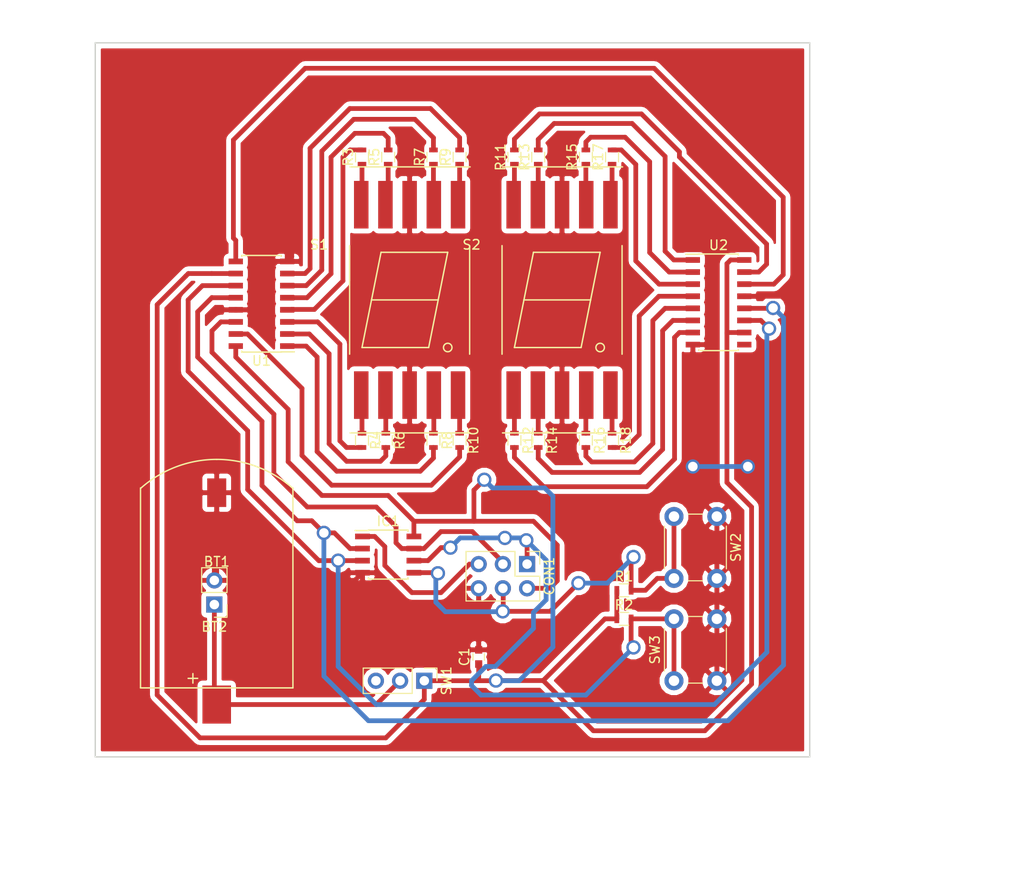
<source format=kicad_pcb>
(kicad_pcb (version 4) (host pcbnew 4.0.2-stable)

  (general
    (links 75)
    (no_connects 0)
    (area 99.5 47 207.000001 141.000001)
    (thickness 1.6)
    (drawings 4)
    (tracks 381)
    (zones 0)
    (modules 30)
    (nets 43)
  )

  (page A4)
  (layers
    (0 F.Cu signal)
    (31 B.Cu signal)
    (32 B.Adhes user hide)
    (33 F.Adhes user hide)
    (34 B.Paste user)
    (35 F.Paste user)
    (36 B.SilkS user)
    (37 F.SilkS user hide)
    (38 B.Mask user)
    (39 F.Mask user hide)
    (40 Dwgs.User user)
    (41 Cmts.User user)
    (42 Eco1.User user)
    (43 Eco2.User user)
    (44 Edge.Cuts user)
    (45 Margin user)
    (46 B.CrtYd user)
    (47 F.CrtYd user)
    (48 B.Fab user)
    (49 F.Fab user)
  )

  (setup
    (last_trace_width 0.5)
    (user_trace_width 0.5)
    (trace_clearance 0.2)
    (zone_clearance 0.508)
    (zone_45_only no)
    (trace_min 0.2)
    (segment_width 0.2)
    (edge_width 0.15)
    (via_size 0.6)
    (via_drill 0.4)
    (via_min_size 0.4)
    (via_min_drill 0.3)
    (uvia_size 0.3)
    (uvia_drill 0.1)
    (uvias_allowed no)
    (uvia_min_size 0.2)
    (uvia_min_drill 0.1)
    (pcb_text_width 0.3)
    (pcb_text_size 1.5 1.5)
    (mod_edge_width 0.15)
    (mod_text_size 1 1)
    (mod_text_width 0.15)
    (pad_size 1.524 1.524)
    (pad_drill 0.762)
    (pad_to_mask_clearance 0.2)
    (aux_axis_origin 0 0)
    (visible_elements 7FFFFFFF)
    (pcbplotparams
      (layerselection 0x00030_80000001)
      (usegerberextensions false)
      (excludeedgelayer true)
      (linewidth 0.100000)
      (plotframeref false)
      (viasonmask false)
      (mode 1)
      (useauxorigin false)
      (hpglpennumber 1)
      (hpglpenspeed 20)
      (hpglpendiameter 15)
      (hpglpenoverlay 2)
      (psnegative false)
      (psa4output false)
      (plotreference true)
      (plotvalue true)
      (plotinvisibletext false)
      (padsonsilk false)
      (subtractmaskfromsilk false)
      (outputformat 1)
      (mirror false)
      (drillshape 1)
      (scaleselection 1)
      (outputdirectory ""))
  )

  (net 0 "")
  (net 1 "Net-(R3-Pad1)")
  (net 2 "Net-(R3-Pad2)")
  (net 3 "Net-(R4-Pad1)")
  (net 4 "Net-(R4-Pad2)")
  (net 5 "Net-(R5-Pad1)")
  (net 6 "Net-(R5-Pad2)")
  (net 7 "Net-(R6-Pad1)")
  (net 8 "Net-(R6-Pad2)")
  (net 9 "Net-(R7-Pad1)")
  (net 10 "Net-(R7-Pad2)")
  (net 11 "Net-(R8-Pad1)")
  (net 12 "Net-(R8-Pad2)")
  (net 13 "Net-(R9-Pad1)")
  (net 14 "Net-(R9-Pad2)")
  (net 15 "Net-(R10-Pad1)")
  (net 16 "Net-(R10-Pad2)")
  (net 17 "Net-(R11-Pad1)")
  (net 18 "Net-(R11-Pad2)")
  (net 19 "Net-(R12-Pad1)")
  (net 20 "Net-(R12-Pad2)")
  (net 21 "Net-(R13-Pad1)")
  (net 22 "Net-(R13-Pad2)")
  (net 23 "Net-(R14-Pad1)")
  (net 24 "Net-(R14-Pad2)")
  (net 25 "Net-(R15-Pad1)")
  (net 26 "Net-(R15-Pad2)")
  (net 27 "Net-(R16-Pad1)")
  (net 28 "Net-(R16-Pad2)")
  (net 29 "Net-(R17-Pad1)")
  (net 30 "Net-(R17-Pad2)")
  (net 31 GND)
  (net 32 VCC)
  (net 33 /MISO)
  (net 34 /SCK)
  (net 35 /MOSI)
  (net 36 /RST)
  (net 37 "Net-(R18-Pad1)")
  (net 38 "Net-(R18-Pad2)")
  (net 39 "Net-(U1-Pad9)")
  (net 40 /BAT)
  (net 41 /RCLK)
  (net 42 /SRCLK)

  (net_class Default "This is the default net class."
    (clearance 0.2)
    (trace_width 0.25)
    (via_dia 0.6)
    (via_drill 0.4)
    (uvia_dia 0.3)
    (uvia_drill 0.1)
    (add_net /BAT)
    (add_net /MISO)
    (add_net /MOSI)
    (add_net /RCLK)
    (add_net /RST)
    (add_net /SCK)
    (add_net /SRCLK)
    (add_net GND)
    (add_net "Net-(R10-Pad1)")
    (add_net "Net-(R10-Pad2)")
    (add_net "Net-(R11-Pad1)")
    (add_net "Net-(R11-Pad2)")
    (add_net "Net-(R12-Pad1)")
    (add_net "Net-(R12-Pad2)")
    (add_net "Net-(R13-Pad1)")
    (add_net "Net-(R13-Pad2)")
    (add_net "Net-(R14-Pad1)")
    (add_net "Net-(R14-Pad2)")
    (add_net "Net-(R15-Pad1)")
    (add_net "Net-(R15-Pad2)")
    (add_net "Net-(R16-Pad1)")
    (add_net "Net-(R16-Pad2)")
    (add_net "Net-(R17-Pad1)")
    (add_net "Net-(R17-Pad2)")
    (add_net "Net-(R18-Pad1)")
    (add_net "Net-(R18-Pad2)")
    (add_net "Net-(R3-Pad1)")
    (add_net "Net-(R3-Pad2)")
    (add_net "Net-(R4-Pad1)")
    (add_net "Net-(R4-Pad2)")
    (add_net "Net-(R5-Pad1)")
    (add_net "Net-(R5-Pad2)")
    (add_net "Net-(R6-Pad1)")
    (add_net "Net-(R6-Pad2)")
    (add_net "Net-(R7-Pad1)")
    (add_net "Net-(R7-Pad2)")
    (add_net "Net-(R8-Pad1)")
    (add_net "Net-(R8-Pad2)")
    (add_net "Net-(R9-Pad1)")
    (add_net "Net-(R9-Pad2)")
    (add_net "Net-(U1-Pad9)")
    (add_net VCC)
  )

  (module footprints:CR2032_Halter (layer F.Cu) (tedit 5A663214) (tstamp 5B6203ED)
    (at 122.25 107.25 180)
    (path /5B6272D5)
    (fp_text reference BT1 (at 0 1.25 180) (layer F.SilkS)
      (effects (font (size 1 1) (thickness 0.15)))
    )
    (fp_text value Battery (at 0 -1.5 180) (layer F.Fab)
      (effects (font (size 1 1) (thickness 0.15)))
    )
    (fp_circle (center 0 0) (end 10 0) (layer F.CrtYd) (width 0.15))
    (fp_arc (start 0 0) (end 0 12) (angle -41.63354172) (layer F.SilkS) (width 0.15))
    (fp_arc (start 0 0) (end 0 12) (angle 41.63353934) (layer F.SilkS) (width 0.15))
    (fp_line (start -8 9) (end -8 -12) (layer F.SilkS) (width 0.15))
    (fp_line (start 8 -12) (end 8 9) (layer F.SilkS) (width 0.15))
    (fp_line (start -8 -12) (end 8 -12) (layer F.SilkS) (width 0.15))
    (fp_line (start 2 -11) (end 3 -11) (layer F.SilkS) (width 0.15))
    (fp_line (start 2.5 -11.5) (end 2.5 -10.5) (layer F.SilkS) (width 0.15))
    (pad 1 smd rect (at 0 -13.75 180) (size 3 4) (layers F.Cu F.Paste F.Mask)
      (net 40 /BAT))
    (pad 2 smd rect (at 0 8.5 180) (size 2 3) (layers F.Cu F.Paste F.Mask)
      (net 31 GND))
  )

  (module Pin_Headers:Pin_Header_Straight_1x02_Pitch2.54mm (layer F.Cu) (tedit 59650532) (tstamp 5B6203F3)
    (at 122 110.5 180)
    (descr "Through hole straight pin header, 1x02, 2.54mm pitch, single row")
    (tags "Through hole pin header THT 1x02 2.54mm single row")
    (path /5A4AD680)
    (fp_text reference BT2 (at 0 -2.33 180) (layer F.SilkS)
      (effects (font (size 1 1) (thickness 0.15)))
    )
    (fp_text value Battery (at 0 4.87 180) (layer F.Fab)
      (effects (font (size 1 1) (thickness 0.15)))
    )
    (fp_line (start -0.635 -1.27) (end 1.27 -1.27) (layer F.Fab) (width 0.1))
    (fp_line (start 1.27 -1.27) (end 1.27 3.81) (layer F.Fab) (width 0.1))
    (fp_line (start 1.27 3.81) (end -1.27 3.81) (layer F.Fab) (width 0.1))
    (fp_line (start -1.27 3.81) (end -1.27 -0.635) (layer F.Fab) (width 0.1))
    (fp_line (start -1.27 -0.635) (end -0.635 -1.27) (layer F.Fab) (width 0.1))
    (fp_line (start -1.33 3.87) (end 1.33 3.87) (layer F.SilkS) (width 0.12))
    (fp_line (start -1.33 1.27) (end -1.33 3.87) (layer F.SilkS) (width 0.12))
    (fp_line (start 1.33 1.27) (end 1.33 3.87) (layer F.SilkS) (width 0.12))
    (fp_line (start -1.33 1.27) (end 1.33 1.27) (layer F.SilkS) (width 0.12))
    (fp_line (start -1.33 0) (end -1.33 -1.33) (layer F.SilkS) (width 0.12))
    (fp_line (start -1.33 -1.33) (end 0 -1.33) (layer F.SilkS) (width 0.12))
    (fp_line (start -1.8 -1.8) (end -1.8 4.35) (layer F.CrtYd) (width 0.05))
    (fp_line (start -1.8 4.35) (end 1.8 4.35) (layer F.CrtYd) (width 0.05))
    (fp_line (start 1.8 4.35) (end 1.8 -1.8) (layer F.CrtYd) (width 0.05))
    (fp_line (start 1.8 -1.8) (end -1.8 -1.8) (layer F.CrtYd) (width 0.05))
    (fp_text user %R (at 0 1.27 270) (layer F.Fab)
      (effects (font (size 1 1) (thickness 0.15)))
    )
    (pad 1 thru_hole rect (at 0 0 180) (size 1.7 1.7) (drill 1) (layers *.Cu *.Mask)
      (net 40 /BAT))
    (pad 2 thru_hole oval (at 0 2.54 180) (size 1.7 1.7) (drill 1) (layers *.Cu *.Mask)
      (net 31 GND))
    (model ${KISYS3DMOD}/Pin_Headers.3dshapes/Pin_Header_Straight_1x02_Pitch2.54mm.wrl
      (at (xyz 0 0 0))
      (scale (xyz 1 1 1))
      (rotate (xyz 0 0 0))
    )
  )

  (module Capacitors_SMD:C_0603 (layer F.Cu) (tedit 59958EE7) (tstamp 5B6203F9)
    (at 149.75 116 90)
    (descr "Capacitor SMD 0603, reflow soldering, AVX (see smccp.pdf)")
    (tags "capacitor 0603")
    (path /5A4B039A)
    (attr smd)
    (fp_text reference C1 (at 0 -1.5 90) (layer F.SilkS)
      (effects (font (size 1 1) (thickness 0.15)))
    )
    (fp_text value C (at 0 1.5 90) (layer F.Fab)
      (effects (font (size 1 1) (thickness 0.15)))
    )
    (fp_line (start 1.4 0.65) (end -1.4 0.65) (layer F.CrtYd) (width 0.05))
    (fp_line (start 1.4 0.65) (end 1.4 -0.65) (layer F.CrtYd) (width 0.05))
    (fp_line (start -1.4 -0.65) (end -1.4 0.65) (layer F.CrtYd) (width 0.05))
    (fp_line (start -1.4 -0.65) (end 1.4 -0.65) (layer F.CrtYd) (width 0.05))
    (fp_line (start 0.35 0.6) (end -0.35 0.6) (layer F.SilkS) (width 0.12))
    (fp_line (start -0.35 -0.6) (end 0.35 -0.6) (layer F.SilkS) (width 0.12))
    (fp_line (start -0.8 -0.4) (end 0.8 -0.4) (layer F.Fab) (width 0.1))
    (fp_line (start 0.8 -0.4) (end 0.8 0.4) (layer F.Fab) (width 0.1))
    (fp_line (start 0.8 0.4) (end -0.8 0.4) (layer F.Fab) (width 0.1))
    (fp_line (start -0.8 0.4) (end -0.8 -0.4) (layer F.Fab) (width 0.1))
    (fp_text user %R (at 0 0 90) (layer F.Fab)
      (effects (font (size 0.3 0.3) (thickness 0.075)))
    )
    (pad 2 smd rect (at 0.75 0 90) (size 0.8 0.75) (layers F.Cu F.Paste F.Mask)
      (net 31 GND))
    (pad 1 smd rect (at -0.75 0 90) (size 0.8 0.75) (layers F.Cu F.Paste F.Mask)
      (net 32 VCC))
    (model Capacitors_SMD.3dshapes/C_0603.wrl
      (at (xyz 0 0 0))
      (scale (xyz 1 1 1))
      (rotate (xyz 0 0 0))
    )
  )

  (module Pin_Headers:Pin_Header_Straight_2x03_Pitch2.54mm (layer F.Cu) (tedit 59650532) (tstamp 5B620403)
    (at 154.83 106.25 270)
    (descr "Through hole straight pin header, 2x03, 2.54mm pitch, double rows")
    (tags "Through hole pin header THT 2x03 2.54mm double row")
    (path /5B62B89B)
    (fp_text reference CON1 (at 1.27 -2.33 270) (layer F.SilkS)
      (effects (font (size 1 1) (thickness 0.15)))
    )
    (fp_text value AVR-ISP-6 (at 1.27 7.41 270) (layer F.Fab)
      (effects (font (size 1 1) (thickness 0.15)))
    )
    (fp_line (start 0 -1.27) (end 3.81 -1.27) (layer F.Fab) (width 0.1))
    (fp_line (start 3.81 -1.27) (end 3.81 6.35) (layer F.Fab) (width 0.1))
    (fp_line (start 3.81 6.35) (end -1.27 6.35) (layer F.Fab) (width 0.1))
    (fp_line (start -1.27 6.35) (end -1.27 0) (layer F.Fab) (width 0.1))
    (fp_line (start -1.27 0) (end 0 -1.27) (layer F.Fab) (width 0.1))
    (fp_line (start -1.33 6.41) (end 3.87 6.41) (layer F.SilkS) (width 0.12))
    (fp_line (start -1.33 1.27) (end -1.33 6.41) (layer F.SilkS) (width 0.12))
    (fp_line (start 3.87 -1.33) (end 3.87 6.41) (layer F.SilkS) (width 0.12))
    (fp_line (start -1.33 1.27) (end 1.27 1.27) (layer F.SilkS) (width 0.12))
    (fp_line (start 1.27 1.27) (end 1.27 -1.33) (layer F.SilkS) (width 0.12))
    (fp_line (start 1.27 -1.33) (end 3.87 -1.33) (layer F.SilkS) (width 0.12))
    (fp_line (start -1.33 0) (end -1.33 -1.33) (layer F.SilkS) (width 0.12))
    (fp_line (start -1.33 -1.33) (end 0 -1.33) (layer F.SilkS) (width 0.12))
    (fp_line (start -1.8 -1.8) (end -1.8 6.85) (layer F.CrtYd) (width 0.05))
    (fp_line (start -1.8 6.85) (end 4.35 6.85) (layer F.CrtYd) (width 0.05))
    (fp_line (start 4.35 6.85) (end 4.35 -1.8) (layer F.CrtYd) (width 0.05))
    (fp_line (start 4.35 -1.8) (end -1.8 -1.8) (layer F.CrtYd) (width 0.05))
    (fp_text user %R (at 1.27 2.54 360) (layer F.Fab)
      (effects (font (size 1 1) (thickness 0.15)))
    )
    (pad 1 thru_hole rect (at 0 0 270) (size 1.7 1.7) (drill 1) (layers *.Cu *.Mask)
      (net 33 /MISO))
    (pad 2 thru_hole oval (at 2.54 0 270) (size 1.7 1.7) (drill 1) (layers *.Cu *.Mask)
      (net 32 VCC))
    (pad 3 thru_hole oval (at 0 2.54 270) (size 1.7 1.7) (drill 1) (layers *.Cu *.Mask)
      (net 34 /SCK))
    (pad 4 thru_hole oval (at 2.54 2.54 270) (size 1.7 1.7) (drill 1) (layers *.Cu *.Mask)
      (net 35 /MOSI))
    (pad 5 thru_hole oval (at 0 5.08 270) (size 1.7 1.7) (drill 1) (layers *.Cu *.Mask)
      (net 36 /RST))
    (pad 6 thru_hole oval (at 2.54 5.08 270) (size 1.7 1.7) (drill 1) (layers *.Cu *.Mask)
      (net 31 GND))
    (model ${KISYS3DMOD}/Pin_Headers.3dshapes/Pin_Header_Straight_2x03_Pitch2.54mm.wrl
      (at (xyz 0 0 0))
      (scale (xyz 1 1 1))
      (rotate (xyz 0 0 0))
    )
  )

  (module Housings_SOIC:SOIC-8_3.9x4.9mm_Pitch1.27mm (layer F.Cu) (tedit 58CD0CDA) (tstamp 5B62040F)
    (at 140.25 105.25)
    (descr "8-Lead Plastic Small Outline (SN) - Narrow, 3.90 mm Body [SOIC] (see Microchip Packaging Specification 00000049BS.pdf)")
    (tags "SOIC 1.27")
    (path /5B6225FB)
    (attr smd)
    (fp_text reference IC1 (at 0 -3.5) (layer F.SilkS)
      (effects (font (size 1 1) (thickness 0.15)))
    )
    (fp_text value ATTINY13A-S (at 0 3.5) (layer F.Fab)
      (effects (font (size 1 1) (thickness 0.15)))
    )
    (fp_text user %R (at 0 0) (layer F.Fab)
      (effects (font (size 1 1) (thickness 0.15)))
    )
    (fp_line (start -0.95 -2.45) (end 1.95 -2.45) (layer F.Fab) (width 0.1))
    (fp_line (start 1.95 -2.45) (end 1.95 2.45) (layer F.Fab) (width 0.1))
    (fp_line (start 1.95 2.45) (end -1.95 2.45) (layer F.Fab) (width 0.1))
    (fp_line (start -1.95 2.45) (end -1.95 -1.45) (layer F.Fab) (width 0.1))
    (fp_line (start -1.95 -1.45) (end -0.95 -2.45) (layer F.Fab) (width 0.1))
    (fp_line (start -3.73 -2.7) (end -3.73 2.7) (layer F.CrtYd) (width 0.05))
    (fp_line (start 3.73 -2.7) (end 3.73 2.7) (layer F.CrtYd) (width 0.05))
    (fp_line (start -3.73 -2.7) (end 3.73 -2.7) (layer F.CrtYd) (width 0.05))
    (fp_line (start -3.73 2.7) (end 3.73 2.7) (layer F.CrtYd) (width 0.05))
    (fp_line (start -2.075 -2.575) (end -2.075 -2.525) (layer F.SilkS) (width 0.15))
    (fp_line (start 2.075 -2.575) (end 2.075 -2.43) (layer F.SilkS) (width 0.15))
    (fp_line (start 2.075 2.575) (end 2.075 2.43) (layer F.SilkS) (width 0.15))
    (fp_line (start -2.075 2.575) (end -2.075 2.43) (layer F.SilkS) (width 0.15))
    (fp_line (start -2.075 -2.575) (end 2.075 -2.575) (layer F.SilkS) (width 0.15))
    (fp_line (start -2.075 2.575) (end 2.075 2.575) (layer F.SilkS) (width 0.15))
    (fp_line (start -2.075 -2.525) (end -3.475 -2.525) (layer F.SilkS) (width 0.15))
    (pad 1 smd rect (at -2.7 -1.905) (size 1.55 0.6) (layers F.Cu F.Paste F.Mask)
      (net 36 /RST))
    (pad 2 smd rect (at -2.7 -0.635) (size 1.55 0.6) (layers F.Cu F.Paste F.Mask)
      (net 41 /RCLK))
    (pad 3 smd rect (at -2.7 0.635) (size 1.55 0.6) (layers F.Cu F.Paste F.Mask)
      (net 42 /SRCLK))
    (pad 4 smd rect (at -2.7 1.905) (size 1.55 0.6) (layers F.Cu F.Paste F.Mask)
      (net 31 GND))
    (pad 5 smd rect (at 2.7 1.905) (size 1.55 0.6) (layers F.Cu F.Paste F.Mask)
      (net 35 /MOSI))
    (pad 6 smd rect (at 2.7 0.635) (size 1.55 0.6) (layers F.Cu F.Paste F.Mask)
      (net 33 /MISO))
    (pad 7 smd rect (at 2.7 -0.635) (size 1.55 0.6) (layers F.Cu F.Paste F.Mask)
      (net 34 /SCK))
    (pad 8 smd rect (at 2.7 -1.905) (size 1.55 0.6) (layers F.Cu F.Paste F.Mask)
      (net 32 VCC))
    (model ${KISYS3DMOD}/Housings_SOIC.3dshapes/SOIC-8_3.9x4.9mm_Pitch1.27mm.wrl
      (at (xyz 0 0 0))
      (scale (xyz 1 1 1))
      (rotate (xyz 0 0 0))
    )
  )

  (module Resistors_SMD:R_0603 (layer F.Cu) (tedit 58E0A804) (tstamp 5B620415)
    (at 165 109)
    (descr "Resistor SMD 0603, reflow soldering, Vishay (see dcrcw.pdf)")
    (tags "resistor 0603")
    (path /5A4AE3C6)
    (attr smd)
    (fp_text reference R1 (at 0 -1.45) (layer F.SilkS)
      (effects (font (size 1 1) (thickness 0.15)))
    )
    (fp_text value R (at 0 1.5) (layer F.Fab)
      (effects (font (size 1 1) (thickness 0.15)))
    )
    (fp_text user %R (at 0 0) (layer F.Fab)
      (effects (font (size 0.4 0.4) (thickness 0.075)))
    )
    (fp_line (start -0.8 0.4) (end -0.8 -0.4) (layer F.Fab) (width 0.1))
    (fp_line (start 0.8 0.4) (end -0.8 0.4) (layer F.Fab) (width 0.1))
    (fp_line (start 0.8 -0.4) (end 0.8 0.4) (layer F.Fab) (width 0.1))
    (fp_line (start -0.8 -0.4) (end 0.8 -0.4) (layer F.Fab) (width 0.1))
    (fp_line (start 0.5 0.68) (end -0.5 0.68) (layer F.SilkS) (width 0.12))
    (fp_line (start -0.5 -0.68) (end 0.5 -0.68) (layer F.SilkS) (width 0.12))
    (fp_line (start -1.25 -0.7) (end 1.25 -0.7) (layer F.CrtYd) (width 0.05))
    (fp_line (start -1.25 -0.7) (end -1.25 0.7) (layer F.CrtYd) (width 0.05))
    (fp_line (start 1.25 0.7) (end 1.25 -0.7) (layer F.CrtYd) (width 0.05))
    (fp_line (start 1.25 0.7) (end -1.25 0.7) (layer F.CrtYd) (width 0.05))
    (pad 1 smd rect (at -0.75 0) (size 0.5 0.9) (layers F.Cu F.Paste F.Mask)
      (net 32 VCC))
    (pad 2 smd rect (at 0.75 0) (size 0.5 0.9) (layers F.Cu F.Paste F.Mask)
      (net 35 /MOSI))
    (model ${KISYS3DMOD}/Resistors_SMD.3dshapes/R_0603.wrl
      (at (xyz 0 0 0))
      (scale (xyz 1 1 1))
      (rotate (xyz 0 0 0))
    )
  )

  (module Resistors_SMD:R_0603 (layer F.Cu) (tedit 58E0A804) (tstamp 5B62041B)
    (at 165 112)
    (descr "Resistor SMD 0603, reflow soldering, Vishay (see dcrcw.pdf)")
    (tags "resistor 0603")
    (path /5B625CEA)
    (attr smd)
    (fp_text reference R2 (at 0 -1.45) (layer F.SilkS)
      (effects (font (size 1 1) (thickness 0.15)))
    )
    (fp_text value R (at 0 1.5) (layer F.Fab)
      (effects (font (size 1 1) (thickness 0.15)))
    )
    (fp_text user %R (at 0 0) (layer F.Fab)
      (effects (font (size 0.4 0.4) (thickness 0.075)))
    )
    (fp_line (start -0.8 0.4) (end -0.8 -0.4) (layer F.Fab) (width 0.1))
    (fp_line (start 0.8 0.4) (end -0.8 0.4) (layer F.Fab) (width 0.1))
    (fp_line (start 0.8 -0.4) (end 0.8 0.4) (layer F.Fab) (width 0.1))
    (fp_line (start -0.8 -0.4) (end 0.8 -0.4) (layer F.Fab) (width 0.1))
    (fp_line (start 0.5 0.68) (end -0.5 0.68) (layer F.SilkS) (width 0.12))
    (fp_line (start -0.5 -0.68) (end 0.5 -0.68) (layer F.SilkS) (width 0.12))
    (fp_line (start -1.25 -0.7) (end 1.25 -0.7) (layer F.CrtYd) (width 0.05))
    (fp_line (start -1.25 -0.7) (end -1.25 0.7) (layer F.CrtYd) (width 0.05))
    (fp_line (start 1.25 0.7) (end 1.25 -0.7) (layer F.CrtYd) (width 0.05))
    (fp_line (start 1.25 0.7) (end -1.25 0.7) (layer F.CrtYd) (width 0.05))
    (pad 1 smd rect (at -0.75 0) (size 0.5 0.9) (layers F.Cu F.Paste F.Mask)
      (net 32 VCC))
    (pad 2 smd rect (at 0.75 0) (size 0.5 0.9) (layers F.Cu F.Paste F.Mask)
      (net 33 /MISO))
    (model ${KISYS3DMOD}/Resistors_SMD.3dshapes/R_0603.wrl
      (at (xyz 0 0 0))
      (scale (xyz 1 1 1))
      (rotate (xyz 0 0 0))
    )
  )

  (module Resistors_SMD:R_0603 (layer F.Cu) (tedit 58E0A804) (tstamp 5B620421)
    (at 137.5 63.5 90)
    (descr "Resistor SMD 0603, reflow soldering, Vishay (see dcrcw.pdf)")
    (tags "resistor 0603")
    (path /5B622186)
    (attr smd)
    (fp_text reference R3 (at 0 -1.45 90) (layer F.SilkS)
      (effects (font (size 1 1) (thickness 0.15)))
    )
    (fp_text value R (at 0 1.5 90) (layer F.Fab)
      (effects (font (size 1 1) (thickness 0.15)))
    )
    (fp_text user %R (at 0 0 90) (layer F.Fab)
      (effects (font (size 0.4 0.4) (thickness 0.075)))
    )
    (fp_line (start -0.8 0.4) (end -0.8 -0.4) (layer F.Fab) (width 0.1))
    (fp_line (start 0.8 0.4) (end -0.8 0.4) (layer F.Fab) (width 0.1))
    (fp_line (start 0.8 -0.4) (end 0.8 0.4) (layer F.Fab) (width 0.1))
    (fp_line (start -0.8 -0.4) (end 0.8 -0.4) (layer F.Fab) (width 0.1))
    (fp_line (start 0.5 0.68) (end -0.5 0.68) (layer F.SilkS) (width 0.12))
    (fp_line (start -0.5 -0.68) (end 0.5 -0.68) (layer F.SilkS) (width 0.12))
    (fp_line (start -1.25 -0.7) (end 1.25 -0.7) (layer F.CrtYd) (width 0.05))
    (fp_line (start -1.25 -0.7) (end -1.25 0.7) (layer F.CrtYd) (width 0.05))
    (fp_line (start 1.25 0.7) (end 1.25 -0.7) (layer F.CrtYd) (width 0.05))
    (fp_line (start 1.25 0.7) (end -1.25 0.7) (layer F.CrtYd) (width 0.05))
    (pad 1 smd rect (at -0.75 0 90) (size 0.5 0.9) (layers F.Cu F.Paste F.Mask)
      (net 1 "Net-(R3-Pad1)"))
    (pad 2 smd rect (at 0.75 0 90) (size 0.5 0.9) (layers F.Cu F.Paste F.Mask)
      (net 2 "Net-(R3-Pad2)"))
    (model ${KISYS3DMOD}/Resistors_SMD.3dshapes/R_0603.wrl
      (at (xyz 0 0 0))
      (scale (xyz 1 1 1))
      (rotate (xyz 0 0 0))
    )
  )

  (module Resistors_SMD:R_0603 (layer F.Cu) (tedit 58E0A804) (tstamp 5B620427)
    (at 137.5 93.25 270)
    (descr "Resistor SMD 0603, reflow soldering, Vishay (see dcrcw.pdf)")
    (tags "resistor 0603")
    (path /5B622A88)
    (attr smd)
    (fp_text reference R4 (at 0 -1.45 270) (layer F.SilkS)
      (effects (font (size 1 1) (thickness 0.15)))
    )
    (fp_text value R (at 0 1.5 270) (layer F.Fab)
      (effects (font (size 1 1) (thickness 0.15)))
    )
    (fp_text user %R (at 0 0 270) (layer F.Fab)
      (effects (font (size 0.4 0.4) (thickness 0.075)))
    )
    (fp_line (start -0.8 0.4) (end -0.8 -0.4) (layer F.Fab) (width 0.1))
    (fp_line (start 0.8 0.4) (end -0.8 0.4) (layer F.Fab) (width 0.1))
    (fp_line (start 0.8 -0.4) (end 0.8 0.4) (layer F.Fab) (width 0.1))
    (fp_line (start -0.8 -0.4) (end 0.8 -0.4) (layer F.Fab) (width 0.1))
    (fp_line (start 0.5 0.68) (end -0.5 0.68) (layer F.SilkS) (width 0.12))
    (fp_line (start -0.5 -0.68) (end 0.5 -0.68) (layer F.SilkS) (width 0.12))
    (fp_line (start -1.25 -0.7) (end 1.25 -0.7) (layer F.CrtYd) (width 0.05))
    (fp_line (start -1.25 -0.7) (end -1.25 0.7) (layer F.CrtYd) (width 0.05))
    (fp_line (start 1.25 0.7) (end 1.25 -0.7) (layer F.CrtYd) (width 0.05))
    (fp_line (start 1.25 0.7) (end -1.25 0.7) (layer F.CrtYd) (width 0.05))
    (pad 1 smd rect (at -0.75 0 270) (size 0.5 0.9) (layers F.Cu F.Paste F.Mask)
      (net 3 "Net-(R4-Pad1)"))
    (pad 2 smd rect (at 0.75 0 270) (size 0.5 0.9) (layers F.Cu F.Paste F.Mask)
      (net 4 "Net-(R4-Pad2)"))
    (model ${KISYS3DMOD}/Resistors_SMD.3dshapes/R_0603.wrl
      (at (xyz 0 0 0))
      (scale (xyz 1 1 1))
      (rotate (xyz 0 0 0))
    )
  )

  (module Resistors_SMD:R_0603 (layer F.Cu) (tedit 58E0A804) (tstamp 5B62042D)
    (at 140.25 63.5 90)
    (descr "Resistor SMD 0603, reflow soldering, Vishay (see dcrcw.pdf)")
    (tags "resistor 0603")
    (path /5B62213B)
    (attr smd)
    (fp_text reference R5 (at 0 -1.45 90) (layer F.SilkS)
      (effects (font (size 1 1) (thickness 0.15)))
    )
    (fp_text value R (at 0 1.5 90) (layer F.Fab)
      (effects (font (size 1 1) (thickness 0.15)))
    )
    (fp_text user %R (at 0 0 90) (layer F.Fab)
      (effects (font (size 0.4 0.4) (thickness 0.075)))
    )
    (fp_line (start -0.8 0.4) (end -0.8 -0.4) (layer F.Fab) (width 0.1))
    (fp_line (start 0.8 0.4) (end -0.8 0.4) (layer F.Fab) (width 0.1))
    (fp_line (start 0.8 -0.4) (end 0.8 0.4) (layer F.Fab) (width 0.1))
    (fp_line (start -0.8 -0.4) (end 0.8 -0.4) (layer F.Fab) (width 0.1))
    (fp_line (start 0.5 0.68) (end -0.5 0.68) (layer F.SilkS) (width 0.12))
    (fp_line (start -0.5 -0.68) (end 0.5 -0.68) (layer F.SilkS) (width 0.12))
    (fp_line (start -1.25 -0.7) (end 1.25 -0.7) (layer F.CrtYd) (width 0.05))
    (fp_line (start -1.25 -0.7) (end -1.25 0.7) (layer F.CrtYd) (width 0.05))
    (fp_line (start 1.25 0.7) (end 1.25 -0.7) (layer F.CrtYd) (width 0.05))
    (fp_line (start 1.25 0.7) (end -1.25 0.7) (layer F.CrtYd) (width 0.05))
    (pad 1 smd rect (at -0.75 0 90) (size 0.5 0.9) (layers F.Cu F.Paste F.Mask)
      (net 5 "Net-(R5-Pad1)"))
    (pad 2 smd rect (at 0.75 0 90) (size 0.5 0.9) (layers F.Cu F.Paste F.Mask)
      (net 6 "Net-(R5-Pad2)"))
    (model ${KISYS3DMOD}/Resistors_SMD.3dshapes/R_0603.wrl
      (at (xyz 0 0 0))
      (scale (xyz 1 1 1))
      (rotate (xyz 0 0 0))
    )
  )

  (module Resistors_SMD:R_0603 (layer F.Cu) (tedit 58E0A804) (tstamp 5B620433)
    (at 140 93.25 270)
    (descr "Resistor SMD 0603, reflow soldering, Vishay (see dcrcw.pdf)")
    (tags "resistor 0603")
    (path /5B622AF2)
    (attr smd)
    (fp_text reference R6 (at 0 -1.45 270) (layer F.SilkS)
      (effects (font (size 1 1) (thickness 0.15)))
    )
    (fp_text value R (at 0 1.5 270) (layer F.Fab)
      (effects (font (size 1 1) (thickness 0.15)))
    )
    (fp_text user %R (at 0 0 270) (layer F.Fab)
      (effects (font (size 0.4 0.4) (thickness 0.075)))
    )
    (fp_line (start -0.8 0.4) (end -0.8 -0.4) (layer F.Fab) (width 0.1))
    (fp_line (start 0.8 0.4) (end -0.8 0.4) (layer F.Fab) (width 0.1))
    (fp_line (start 0.8 -0.4) (end 0.8 0.4) (layer F.Fab) (width 0.1))
    (fp_line (start -0.8 -0.4) (end 0.8 -0.4) (layer F.Fab) (width 0.1))
    (fp_line (start 0.5 0.68) (end -0.5 0.68) (layer F.SilkS) (width 0.12))
    (fp_line (start -0.5 -0.68) (end 0.5 -0.68) (layer F.SilkS) (width 0.12))
    (fp_line (start -1.25 -0.7) (end 1.25 -0.7) (layer F.CrtYd) (width 0.05))
    (fp_line (start -1.25 -0.7) (end -1.25 0.7) (layer F.CrtYd) (width 0.05))
    (fp_line (start 1.25 0.7) (end 1.25 -0.7) (layer F.CrtYd) (width 0.05))
    (fp_line (start 1.25 0.7) (end -1.25 0.7) (layer F.CrtYd) (width 0.05))
    (pad 1 smd rect (at -0.75 0 270) (size 0.5 0.9) (layers F.Cu F.Paste F.Mask)
      (net 7 "Net-(R6-Pad1)"))
    (pad 2 smd rect (at 0.75 0 270) (size 0.5 0.9) (layers F.Cu F.Paste F.Mask)
      (net 8 "Net-(R6-Pad2)"))
    (model ${KISYS3DMOD}/Resistors_SMD.3dshapes/R_0603.wrl
      (at (xyz 0 0 0))
      (scale (xyz 1 1 1))
      (rotate (xyz 0 0 0))
    )
  )

  (module Resistors_SMD:R_0603 (layer F.Cu) (tedit 58E0A804) (tstamp 5B620439)
    (at 145 63.5 90)
    (descr "Resistor SMD 0603, reflow soldering, Vishay (see dcrcw.pdf)")
    (tags "resistor 0603")
    (path /5B6220FB)
    (attr smd)
    (fp_text reference R7 (at 0 -1.45 90) (layer F.SilkS)
      (effects (font (size 1 1) (thickness 0.15)))
    )
    (fp_text value R (at 0 1.5 90) (layer F.Fab)
      (effects (font (size 1 1) (thickness 0.15)))
    )
    (fp_text user %R (at 0 0 90) (layer F.Fab)
      (effects (font (size 0.4 0.4) (thickness 0.075)))
    )
    (fp_line (start -0.8 0.4) (end -0.8 -0.4) (layer F.Fab) (width 0.1))
    (fp_line (start 0.8 0.4) (end -0.8 0.4) (layer F.Fab) (width 0.1))
    (fp_line (start 0.8 -0.4) (end 0.8 0.4) (layer F.Fab) (width 0.1))
    (fp_line (start -0.8 -0.4) (end 0.8 -0.4) (layer F.Fab) (width 0.1))
    (fp_line (start 0.5 0.68) (end -0.5 0.68) (layer F.SilkS) (width 0.12))
    (fp_line (start -0.5 -0.68) (end 0.5 -0.68) (layer F.SilkS) (width 0.12))
    (fp_line (start -1.25 -0.7) (end 1.25 -0.7) (layer F.CrtYd) (width 0.05))
    (fp_line (start -1.25 -0.7) (end -1.25 0.7) (layer F.CrtYd) (width 0.05))
    (fp_line (start 1.25 0.7) (end 1.25 -0.7) (layer F.CrtYd) (width 0.05))
    (fp_line (start 1.25 0.7) (end -1.25 0.7) (layer F.CrtYd) (width 0.05))
    (pad 1 smd rect (at -0.75 0 90) (size 0.5 0.9) (layers F.Cu F.Paste F.Mask)
      (net 9 "Net-(R7-Pad1)"))
    (pad 2 smd rect (at 0.75 0 90) (size 0.5 0.9) (layers F.Cu F.Paste F.Mask)
      (net 10 "Net-(R7-Pad2)"))
    (model ${KISYS3DMOD}/Resistors_SMD.3dshapes/R_0603.wrl
      (at (xyz 0 0 0))
      (scale (xyz 1 1 1))
      (rotate (xyz 0 0 0))
    )
  )

  (module Resistors_SMD:R_0603 (layer F.Cu) (tedit 58E0A804) (tstamp 5B62043F)
    (at 145 93.25 270)
    (descr "Resistor SMD 0603, reflow soldering, Vishay (see dcrcw.pdf)")
    (tags "resistor 0603")
    (path /5B622B3E)
    (attr smd)
    (fp_text reference R8 (at 0 -1.45 270) (layer F.SilkS)
      (effects (font (size 1 1) (thickness 0.15)))
    )
    (fp_text value R (at 0 1.5 270) (layer F.Fab)
      (effects (font (size 1 1) (thickness 0.15)))
    )
    (fp_text user %R (at 0 0 270) (layer F.Fab)
      (effects (font (size 0.4 0.4) (thickness 0.075)))
    )
    (fp_line (start -0.8 0.4) (end -0.8 -0.4) (layer F.Fab) (width 0.1))
    (fp_line (start 0.8 0.4) (end -0.8 0.4) (layer F.Fab) (width 0.1))
    (fp_line (start 0.8 -0.4) (end 0.8 0.4) (layer F.Fab) (width 0.1))
    (fp_line (start -0.8 -0.4) (end 0.8 -0.4) (layer F.Fab) (width 0.1))
    (fp_line (start 0.5 0.68) (end -0.5 0.68) (layer F.SilkS) (width 0.12))
    (fp_line (start -0.5 -0.68) (end 0.5 -0.68) (layer F.SilkS) (width 0.12))
    (fp_line (start -1.25 -0.7) (end 1.25 -0.7) (layer F.CrtYd) (width 0.05))
    (fp_line (start -1.25 -0.7) (end -1.25 0.7) (layer F.CrtYd) (width 0.05))
    (fp_line (start 1.25 0.7) (end 1.25 -0.7) (layer F.CrtYd) (width 0.05))
    (fp_line (start 1.25 0.7) (end -1.25 0.7) (layer F.CrtYd) (width 0.05))
    (pad 1 smd rect (at -0.75 0 270) (size 0.5 0.9) (layers F.Cu F.Paste F.Mask)
      (net 11 "Net-(R8-Pad1)"))
    (pad 2 smd rect (at 0.75 0 270) (size 0.5 0.9) (layers F.Cu F.Paste F.Mask)
      (net 12 "Net-(R8-Pad2)"))
    (model ${KISYS3DMOD}/Resistors_SMD.3dshapes/R_0603.wrl
      (at (xyz 0 0 0))
      (scale (xyz 1 1 1))
      (rotate (xyz 0 0 0))
    )
  )

  (module Resistors_SMD:R_0603 (layer F.Cu) (tedit 58E0A804) (tstamp 5B620445)
    (at 147.75 63.5 90)
    (descr "Resistor SMD 0603, reflow soldering, Vishay (see dcrcw.pdf)")
    (tags "resistor 0603")
    (path /5B621DBF)
    (attr smd)
    (fp_text reference R9 (at 0 -1.45 90) (layer F.SilkS)
      (effects (font (size 1 1) (thickness 0.15)))
    )
    (fp_text value R (at 0 1.5 90) (layer F.Fab)
      (effects (font (size 1 1) (thickness 0.15)))
    )
    (fp_text user %R (at 0 0 90) (layer F.Fab)
      (effects (font (size 0.4 0.4) (thickness 0.075)))
    )
    (fp_line (start -0.8 0.4) (end -0.8 -0.4) (layer F.Fab) (width 0.1))
    (fp_line (start 0.8 0.4) (end -0.8 0.4) (layer F.Fab) (width 0.1))
    (fp_line (start 0.8 -0.4) (end 0.8 0.4) (layer F.Fab) (width 0.1))
    (fp_line (start -0.8 -0.4) (end 0.8 -0.4) (layer F.Fab) (width 0.1))
    (fp_line (start 0.5 0.68) (end -0.5 0.68) (layer F.SilkS) (width 0.12))
    (fp_line (start -0.5 -0.68) (end 0.5 -0.68) (layer F.SilkS) (width 0.12))
    (fp_line (start -1.25 -0.7) (end 1.25 -0.7) (layer F.CrtYd) (width 0.05))
    (fp_line (start -1.25 -0.7) (end -1.25 0.7) (layer F.CrtYd) (width 0.05))
    (fp_line (start 1.25 0.7) (end 1.25 -0.7) (layer F.CrtYd) (width 0.05))
    (fp_line (start 1.25 0.7) (end -1.25 0.7) (layer F.CrtYd) (width 0.05))
    (pad 1 smd rect (at -0.75 0 90) (size 0.5 0.9) (layers F.Cu F.Paste F.Mask)
      (net 13 "Net-(R9-Pad1)"))
    (pad 2 smd rect (at 0.75 0 90) (size 0.5 0.9) (layers F.Cu F.Paste F.Mask)
      (net 14 "Net-(R9-Pad2)"))
    (model ${KISYS3DMOD}/Resistors_SMD.3dshapes/R_0603.wrl
      (at (xyz 0 0 0))
      (scale (xyz 1 1 1))
      (rotate (xyz 0 0 0))
    )
  )

  (module Resistors_SMD:R_0603 (layer F.Cu) (tedit 58E0A804) (tstamp 5B62044B)
    (at 147.75 93.25 270)
    (descr "Resistor SMD 0603, reflow soldering, Vishay (see dcrcw.pdf)")
    (tags "resistor 0603")
    (path /5B622B93)
    (attr smd)
    (fp_text reference R10 (at 0 -1.45 270) (layer F.SilkS)
      (effects (font (size 1 1) (thickness 0.15)))
    )
    (fp_text value R (at 0 1.5 270) (layer F.Fab)
      (effects (font (size 1 1) (thickness 0.15)))
    )
    (fp_text user %R (at 0 0 270) (layer F.Fab)
      (effects (font (size 0.4 0.4) (thickness 0.075)))
    )
    (fp_line (start -0.8 0.4) (end -0.8 -0.4) (layer F.Fab) (width 0.1))
    (fp_line (start 0.8 0.4) (end -0.8 0.4) (layer F.Fab) (width 0.1))
    (fp_line (start 0.8 -0.4) (end 0.8 0.4) (layer F.Fab) (width 0.1))
    (fp_line (start -0.8 -0.4) (end 0.8 -0.4) (layer F.Fab) (width 0.1))
    (fp_line (start 0.5 0.68) (end -0.5 0.68) (layer F.SilkS) (width 0.12))
    (fp_line (start -0.5 -0.68) (end 0.5 -0.68) (layer F.SilkS) (width 0.12))
    (fp_line (start -1.25 -0.7) (end 1.25 -0.7) (layer F.CrtYd) (width 0.05))
    (fp_line (start -1.25 -0.7) (end -1.25 0.7) (layer F.CrtYd) (width 0.05))
    (fp_line (start 1.25 0.7) (end 1.25 -0.7) (layer F.CrtYd) (width 0.05))
    (fp_line (start 1.25 0.7) (end -1.25 0.7) (layer F.CrtYd) (width 0.05))
    (pad 1 smd rect (at -0.75 0 270) (size 0.5 0.9) (layers F.Cu F.Paste F.Mask)
      (net 15 "Net-(R10-Pad1)"))
    (pad 2 smd rect (at 0.75 0 270) (size 0.5 0.9) (layers F.Cu F.Paste F.Mask)
      (net 16 "Net-(R10-Pad2)"))
    (model ${KISYS3DMOD}/Resistors_SMD.3dshapes/R_0603.wrl
      (at (xyz 0 0 0))
      (scale (xyz 1 1 1))
      (rotate (xyz 0 0 0))
    )
  )

  (module Resistors_SMD:R_0603 (layer F.Cu) (tedit 58E0A804) (tstamp 5B620451)
    (at 153.5 63.5 90)
    (descr "Resistor SMD 0603, reflow soldering, Vishay (see dcrcw.pdf)")
    (tags "resistor 0603")
    (path /5B6230F8)
    (attr smd)
    (fp_text reference R11 (at 0 -1.45 90) (layer F.SilkS)
      (effects (font (size 1 1) (thickness 0.15)))
    )
    (fp_text value R (at 0 1.5 90) (layer F.Fab)
      (effects (font (size 1 1) (thickness 0.15)))
    )
    (fp_text user %R (at 0 0 90) (layer F.Fab)
      (effects (font (size 0.4 0.4) (thickness 0.075)))
    )
    (fp_line (start -0.8 0.4) (end -0.8 -0.4) (layer F.Fab) (width 0.1))
    (fp_line (start 0.8 0.4) (end -0.8 0.4) (layer F.Fab) (width 0.1))
    (fp_line (start 0.8 -0.4) (end 0.8 0.4) (layer F.Fab) (width 0.1))
    (fp_line (start -0.8 -0.4) (end 0.8 -0.4) (layer F.Fab) (width 0.1))
    (fp_line (start 0.5 0.68) (end -0.5 0.68) (layer F.SilkS) (width 0.12))
    (fp_line (start -0.5 -0.68) (end 0.5 -0.68) (layer F.SilkS) (width 0.12))
    (fp_line (start -1.25 -0.7) (end 1.25 -0.7) (layer F.CrtYd) (width 0.05))
    (fp_line (start -1.25 -0.7) (end -1.25 0.7) (layer F.CrtYd) (width 0.05))
    (fp_line (start 1.25 0.7) (end 1.25 -0.7) (layer F.CrtYd) (width 0.05))
    (fp_line (start 1.25 0.7) (end -1.25 0.7) (layer F.CrtYd) (width 0.05))
    (pad 1 smd rect (at -0.75 0 90) (size 0.5 0.9) (layers F.Cu F.Paste F.Mask)
      (net 17 "Net-(R11-Pad1)"))
    (pad 2 smd rect (at 0.75 0 90) (size 0.5 0.9) (layers F.Cu F.Paste F.Mask)
      (net 18 "Net-(R11-Pad2)"))
    (model ${KISYS3DMOD}/Resistors_SMD.3dshapes/R_0603.wrl
      (at (xyz 0 0 0))
      (scale (xyz 1 1 1))
      (rotate (xyz 0 0 0))
    )
  )

  (module Resistors_SMD:R_0603 (layer F.Cu) (tedit 58E0A804) (tstamp 5B620457)
    (at 153.5 93.25 270)
    (descr "Resistor SMD 0603, reflow soldering, Vishay (see dcrcw.pdf)")
    (tags "resistor 0603")
    (path /5B62336E)
    (attr smd)
    (fp_text reference R12 (at 0 -1.45 270) (layer F.SilkS)
      (effects (font (size 1 1) (thickness 0.15)))
    )
    (fp_text value R (at 0 1.5 270) (layer F.Fab)
      (effects (font (size 1 1) (thickness 0.15)))
    )
    (fp_text user %R (at 0 0 270) (layer F.Fab)
      (effects (font (size 0.4 0.4) (thickness 0.075)))
    )
    (fp_line (start -0.8 0.4) (end -0.8 -0.4) (layer F.Fab) (width 0.1))
    (fp_line (start 0.8 0.4) (end -0.8 0.4) (layer F.Fab) (width 0.1))
    (fp_line (start 0.8 -0.4) (end 0.8 0.4) (layer F.Fab) (width 0.1))
    (fp_line (start -0.8 -0.4) (end 0.8 -0.4) (layer F.Fab) (width 0.1))
    (fp_line (start 0.5 0.68) (end -0.5 0.68) (layer F.SilkS) (width 0.12))
    (fp_line (start -0.5 -0.68) (end 0.5 -0.68) (layer F.SilkS) (width 0.12))
    (fp_line (start -1.25 -0.7) (end 1.25 -0.7) (layer F.CrtYd) (width 0.05))
    (fp_line (start -1.25 -0.7) (end -1.25 0.7) (layer F.CrtYd) (width 0.05))
    (fp_line (start 1.25 0.7) (end 1.25 -0.7) (layer F.CrtYd) (width 0.05))
    (fp_line (start 1.25 0.7) (end -1.25 0.7) (layer F.CrtYd) (width 0.05))
    (pad 1 smd rect (at -0.75 0 270) (size 0.5 0.9) (layers F.Cu F.Paste F.Mask)
      (net 19 "Net-(R12-Pad1)"))
    (pad 2 smd rect (at 0.75 0 270) (size 0.5 0.9) (layers F.Cu F.Paste F.Mask)
      (net 20 "Net-(R12-Pad2)"))
    (model ${KISYS3DMOD}/Resistors_SMD.3dshapes/R_0603.wrl
      (at (xyz 0 0 0))
      (scale (xyz 1 1 1))
      (rotate (xyz 0 0 0))
    )
  )

  (module Resistors_SMD:R_0603 (layer F.Cu) (tedit 58E0A804) (tstamp 5B62045D)
    (at 156 63.5 90)
    (descr "Resistor SMD 0603, reflow soldering, Vishay (see dcrcw.pdf)")
    (tags "resistor 0603")
    (path /5B623153)
    (attr smd)
    (fp_text reference R13 (at 0 -1.45 90) (layer F.SilkS)
      (effects (font (size 1 1) (thickness 0.15)))
    )
    (fp_text value R (at 0 1.5 90) (layer F.Fab)
      (effects (font (size 1 1) (thickness 0.15)))
    )
    (fp_text user %R (at 0 0 90) (layer F.Fab)
      (effects (font (size 0.4 0.4) (thickness 0.075)))
    )
    (fp_line (start -0.8 0.4) (end -0.8 -0.4) (layer F.Fab) (width 0.1))
    (fp_line (start 0.8 0.4) (end -0.8 0.4) (layer F.Fab) (width 0.1))
    (fp_line (start 0.8 -0.4) (end 0.8 0.4) (layer F.Fab) (width 0.1))
    (fp_line (start -0.8 -0.4) (end 0.8 -0.4) (layer F.Fab) (width 0.1))
    (fp_line (start 0.5 0.68) (end -0.5 0.68) (layer F.SilkS) (width 0.12))
    (fp_line (start -0.5 -0.68) (end 0.5 -0.68) (layer F.SilkS) (width 0.12))
    (fp_line (start -1.25 -0.7) (end 1.25 -0.7) (layer F.CrtYd) (width 0.05))
    (fp_line (start -1.25 -0.7) (end -1.25 0.7) (layer F.CrtYd) (width 0.05))
    (fp_line (start 1.25 0.7) (end 1.25 -0.7) (layer F.CrtYd) (width 0.05))
    (fp_line (start 1.25 0.7) (end -1.25 0.7) (layer F.CrtYd) (width 0.05))
    (pad 1 smd rect (at -0.75 0 90) (size 0.5 0.9) (layers F.Cu F.Paste F.Mask)
      (net 21 "Net-(R13-Pad1)"))
    (pad 2 smd rect (at 0.75 0 90) (size 0.5 0.9) (layers F.Cu F.Paste F.Mask)
      (net 22 "Net-(R13-Pad2)"))
    (model ${KISYS3DMOD}/Resistors_SMD.3dshapes/R_0603.wrl
      (at (xyz 0 0 0))
      (scale (xyz 1 1 1))
      (rotate (xyz 0 0 0))
    )
  )

  (module Resistors_SMD:R_0603 (layer F.Cu) (tedit 58E0A804) (tstamp 5B620463)
    (at 156 93.25 270)
    (descr "Resistor SMD 0603, reflow soldering, Vishay (see dcrcw.pdf)")
    (tags "resistor 0603")
    (path /5B6233D5)
    (attr smd)
    (fp_text reference R14 (at 0 -1.45 270) (layer F.SilkS)
      (effects (font (size 1 1) (thickness 0.15)))
    )
    (fp_text value R (at 0 1.5 270) (layer F.Fab)
      (effects (font (size 1 1) (thickness 0.15)))
    )
    (fp_text user %R (at 0 0 270) (layer F.Fab)
      (effects (font (size 0.4 0.4) (thickness 0.075)))
    )
    (fp_line (start -0.8 0.4) (end -0.8 -0.4) (layer F.Fab) (width 0.1))
    (fp_line (start 0.8 0.4) (end -0.8 0.4) (layer F.Fab) (width 0.1))
    (fp_line (start 0.8 -0.4) (end 0.8 0.4) (layer F.Fab) (width 0.1))
    (fp_line (start -0.8 -0.4) (end 0.8 -0.4) (layer F.Fab) (width 0.1))
    (fp_line (start 0.5 0.68) (end -0.5 0.68) (layer F.SilkS) (width 0.12))
    (fp_line (start -0.5 -0.68) (end 0.5 -0.68) (layer F.SilkS) (width 0.12))
    (fp_line (start -1.25 -0.7) (end 1.25 -0.7) (layer F.CrtYd) (width 0.05))
    (fp_line (start -1.25 -0.7) (end -1.25 0.7) (layer F.CrtYd) (width 0.05))
    (fp_line (start 1.25 0.7) (end 1.25 -0.7) (layer F.CrtYd) (width 0.05))
    (fp_line (start 1.25 0.7) (end -1.25 0.7) (layer F.CrtYd) (width 0.05))
    (pad 1 smd rect (at -0.75 0 270) (size 0.5 0.9) (layers F.Cu F.Paste F.Mask)
      (net 23 "Net-(R14-Pad1)"))
    (pad 2 smd rect (at 0.75 0 270) (size 0.5 0.9) (layers F.Cu F.Paste F.Mask)
      (net 24 "Net-(R14-Pad2)"))
    (model ${KISYS3DMOD}/Resistors_SMD.3dshapes/R_0603.wrl
      (at (xyz 0 0 0))
      (scale (xyz 1 1 1))
      (rotate (xyz 0 0 0))
    )
  )

  (module Resistors_SMD:R_0603 (layer F.Cu) (tedit 58E0A804) (tstamp 5B620469)
    (at 161 63.5 90)
    (descr "Resistor SMD 0603, reflow soldering, Vishay (see dcrcw.pdf)")
    (tags "resistor 0603")
    (path /5B6231AB)
    (attr smd)
    (fp_text reference R15 (at 0 -1.45 90) (layer F.SilkS)
      (effects (font (size 1 1) (thickness 0.15)))
    )
    (fp_text value R (at 0 1.5 90) (layer F.Fab)
      (effects (font (size 1 1) (thickness 0.15)))
    )
    (fp_text user %R (at 0 0 90) (layer F.Fab)
      (effects (font (size 0.4 0.4) (thickness 0.075)))
    )
    (fp_line (start -0.8 0.4) (end -0.8 -0.4) (layer F.Fab) (width 0.1))
    (fp_line (start 0.8 0.4) (end -0.8 0.4) (layer F.Fab) (width 0.1))
    (fp_line (start 0.8 -0.4) (end 0.8 0.4) (layer F.Fab) (width 0.1))
    (fp_line (start -0.8 -0.4) (end 0.8 -0.4) (layer F.Fab) (width 0.1))
    (fp_line (start 0.5 0.68) (end -0.5 0.68) (layer F.SilkS) (width 0.12))
    (fp_line (start -0.5 -0.68) (end 0.5 -0.68) (layer F.SilkS) (width 0.12))
    (fp_line (start -1.25 -0.7) (end 1.25 -0.7) (layer F.CrtYd) (width 0.05))
    (fp_line (start -1.25 -0.7) (end -1.25 0.7) (layer F.CrtYd) (width 0.05))
    (fp_line (start 1.25 0.7) (end 1.25 -0.7) (layer F.CrtYd) (width 0.05))
    (fp_line (start 1.25 0.7) (end -1.25 0.7) (layer F.CrtYd) (width 0.05))
    (pad 1 smd rect (at -0.75 0 90) (size 0.5 0.9) (layers F.Cu F.Paste F.Mask)
      (net 25 "Net-(R15-Pad1)"))
    (pad 2 smd rect (at 0.75 0 90) (size 0.5 0.9) (layers F.Cu F.Paste F.Mask)
      (net 26 "Net-(R15-Pad2)"))
    (model ${KISYS3DMOD}/Resistors_SMD.3dshapes/R_0603.wrl
      (at (xyz 0 0 0))
      (scale (xyz 1 1 1))
      (rotate (xyz 0 0 0))
    )
  )

  (module Resistors_SMD:R_0603 (layer F.Cu) (tedit 58E0A804) (tstamp 5B62046F)
    (at 161 93.25 270)
    (descr "Resistor SMD 0603, reflow soldering, Vishay (see dcrcw.pdf)")
    (tags "resistor 0603")
    (path /5B623439)
    (attr smd)
    (fp_text reference R16 (at 0 -1.45 270) (layer F.SilkS)
      (effects (font (size 1 1) (thickness 0.15)))
    )
    (fp_text value R (at 0 1.5 270) (layer F.Fab)
      (effects (font (size 1 1) (thickness 0.15)))
    )
    (fp_text user %R (at 0 0 270) (layer F.Fab)
      (effects (font (size 0.4 0.4) (thickness 0.075)))
    )
    (fp_line (start -0.8 0.4) (end -0.8 -0.4) (layer F.Fab) (width 0.1))
    (fp_line (start 0.8 0.4) (end -0.8 0.4) (layer F.Fab) (width 0.1))
    (fp_line (start 0.8 -0.4) (end 0.8 0.4) (layer F.Fab) (width 0.1))
    (fp_line (start -0.8 -0.4) (end 0.8 -0.4) (layer F.Fab) (width 0.1))
    (fp_line (start 0.5 0.68) (end -0.5 0.68) (layer F.SilkS) (width 0.12))
    (fp_line (start -0.5 -0.68) (end 0.5 -0.68) (layer F.SilkS) (width 0.12))
    (fp_line (start -1.25 -0.7) (end 1.25 -0.7) (layer F.CrtYd) (width 0.05))
    (fp_line (start -1.25 -0.7) (end -1.25 0.7) (layer F.CrtYd) (width 0.05))
    (fp_line (start 1.25 0.7) (end 1.25 -0.7) (layer F.CrtYd) (width 0.05))
    (fp_line (start 1.25 0.7) (end -1.25 0.7) (layer F.CrtYd) (width 0.05))
    (pad 1 smd rect (at -0.75 0 270) (size 0.5 0.9) (layers F.Cu F.Paste F.Mask)
      (net 27 "Net-(R16-Pad1)"))
    (pad 2 smd rect (at 0.75 0 270) (size 0.5 0.9) (layers F.Cu F.Paste F.Mask)
      (net 28 "Net-(R16-Pad2)"))
    (model ${KISYS3DMOD}/Resistors_SMD.3dshapes/R_0603.wrl
      (at (xyz 0 0 0))
      (scale (xyz 1 1 1))
      (rotate (xyz 0 0 0))
    )
  )

  (module Resistors_SMD:R_0603 (layer F.Cu) (tedit 58E0A804) (tstamp 5B620475)
    (at 163.75 63.5 90)
    (descr "Resistor SMD 0603, reflow soldering, Vishay (see dcrcw.pdf)")
    (tags "resistor 0603")
    (path /5B62320C)
    (attr smd)
    (fp_text reference R17 (at 0 -1.45 90) (layer F.SilkS)
      (effects (font (size 1 1) (thickness 0.15)))
    )
    (fp_text value R (at 0 1.5 90) (layer F.Fab)
      (effects (font (size 1 1) (thickness 0.15)))
    )
    (fp_text user %R (at 0 0 90) (layer F.Fab)
      (effects (font (size 0.4 0.4) (thickness 0.075)))
    )
    (fp_line (start -0.8 0.4) (end -0.8 -0.4) (layer F.Fab) (width 0.1))
    (fp_line (start 0.8 0.4) (end -0.8 0.4) (layer F.Fab) (width 0.1))
    (fp_line (start 0.8 -0.4) (end 0.8 0.4) (layer F.Fab) (width 0.1))
    (fp_line (start -0.8 -0.4) (end 0.8 -0.4) (layer F.Fab) (width 0.1))
    (fp_line (start 0.5 0.68) (end -0.5 0.68) (layer F.SilkS) (width 0.12))
    (fp_line (start -0.5 -0.68) (end 0.5 -0.68) (layer F.SilkS) (width 0.12))
    (fp_line (start -1.25 -0.7) (end 1.25 -0.7) (layer F.CrtYd) (width 0.05))
    (fp_line (start -1.25 -0.7) (end -1.25 0.7) (layer F.CrtYd) (width 0.05))
    (fp_line (start 1.25 0.7) (end 1.25 -0.7) (layer F.CrtYd) (width 0.05))
    (fp_line (start 1.25 0.7) (end -1.25 0.7) (layer F.CrtYd) (width 0.05))
    (pad 1 smd rect (at -0.75 0 90) (size 0.5 0.9) (layers F.Cu F.Paste F.Mask)
      (net 29 "Net-(R17-Pad1)"))
    (pad 2 smd rect (at 0.75 0 90) (size 0.5 0.9) (layers F.Cu F.Paste F.Mask)
      (net 30 "Net-(R17-Pad2)"))
    (model ${KISYS3DMOD}/Resistors_SMD.3dshapes/R_0603.wrl
      (at (xyz 0 0 0))
      (scale (xyz 1 1 1))
      (rotate (xyz 0 0 0))
    )
  )

  (module Resistors_SMD:R_0603 (layer F.Cu) (tedit 58E0A804) (tstamp 5B62047B)
    (at 163.75 93.25 270)
    (descr "Resistor SMD 0603, reflow soldering, Vishay (see dcrcw.pdf)")
    (tags "resistor 0603")
    (path /5B6234A4)
    (attr smd)
    (fp_text reference R18 (at 0 -1.45 270) (layer F.SilkS)
      (effects (font (size 1 1) (thickness 0.15)))
    )
    (fp_text value R (at 0 1.5 270) (layer F.Fab)
      (effects (font (size 1 1) (thickness 0.15)))
    )
    (fp_text user %R (at 0 0 270) (layer F.Fab)
      (effects (font (size 0.4 0.4) (thickness 0.075)))
    )
    (fp_line (start -0.8 0.4) (end -0.8 -0.4) (layer F.Fab) (width 0.1))
    (fp_line (start 0.8 0.4) (end -0.8 0.4) (layer F.Fab) (width 0.1))
    (fp_line (start 0.8 -0.4) (end 0.8 0.4) (layer F.Fab) (width 0.1))
    (fp_line (start -0.8 -0.4) (end 0.8 -0.4) (layer F.Fab) (width 0.1))
    (fp_line (start 0.5 0.68) (end -0.5 0.68) (layer F.SilkS) (width 0.12))
    (fp_line (start -0.5 -0.68) (end 0.5 -0.68) (layer F.SilkS) (width 0.12))
    (fp_line (start -1.25 -0.7) (end 1.25 -0.7) (layer F.CrtYd) (width 0.05))
    (fp_line (start -1.25 -0.7) (end -1.25 0.7) (layer F.CrtYd) (width 0.05))
    (fp_line (start 1.25 0.7) (end 1.25 -0.7) (layer F.CrtYd) (width 0.05))
    (fp_line (start 1.25 0.7) (end -1.25 0.7) (layer F.CrtYd) (width 0.05))
    (pad 1 smd rect (at -0.75 0 270) (size 0.5 0.9) (layers F.Cu F.Paste F.Mask)
      (net 37 "Net-(R18-Pad1)"))
    (pad 2 smd rect (at 0.75 0 270) (size 0.5 0.9) (layers F.Cu F.Paste F.Mask)
      (net 38 "Net-(R18-Pad2)"))
    (model ${KISYS3DMOD}/Resistors_SMD.3dshapes/R_0603.wrl
      (at (xyz 0 0 0))
      (scale (xyz 1 1 1))
      (rotate (xyz 0 0 0))
    )
  )

  (module footprints:7-Segment (layer F.Cu) (tedit 5A5E0F5D) (tstamp 5B620489)
    (at 142.5 78.5)
    (path /5B621B70)
    (fp_text reference S1 (at -9.5 -5.8) (layer F.SilkS)
      (effects (font (size 1 1) (thickness 0.15)))
    )
    (fp_text value 7-segment (at -0.4 12) (layer F.Fab)
      (effects (font (size 1 1) (thickness 0.15)))
    )
    (fp_circle (center 4 5) (end 4.4 5.2) (layer F.SilkS) (width 0.15))
    (fp_line (start -3 -5) (end -4 0) (layer F.SilkS) (width 0.15))
    (fp_line (start -4 0) (end -5 5) (layer F.SilkS) (width 0.15))
    (fp_line (start -5 5) (end 2 5) (layer F.SilkS) (width 0.15))
    (fp_line (start 2 5) (end 3 0) (layer F.SilkS) (width 0.15))
    (fp_line (start 4 -5) (end 3 0) (layer F.SilkS) (width 0.15))
    (fp_line (start 3 0) (end -4 0) (layer F.SilkS) (width 0.15))
    (fp_line (start -3 -5) (end 4 -5) (layer F.SilkS) (width 0.15))
    (fp_line (start 6.35 13.97) (end -6.25 13.97) (layer F.SilkS) (width 0.15))
    (fp_line (start -6.3 -5.7) (end -6.3 5.7) (layer F.SilkS) (width 0.15))
    (fp_line (start 6.3 -5.7) (end 6.3 5.7) (layer F.SilkS) (width 0.15))
    (fp_line (start -6.25 -13.97) (end 6.35 -13.97) (layer F.SilkS) (width 0.15))
    (pad 1 smd rect (at -5.08 10) (size 1.524 5) (layers F.Cu F.Paste F.Mask)
      (net 3 "Net-(R4-Pad1)"))
    (pad 2 smd rect (at -2.54 10) (size 1.524 5) (layers F.Cu F.Paste F.Mask)
      (net 7 "Net-(R6-Pad1)"))
    (pad 3 smd rect (at 0 10) (size 1.524 5) (layers F.Cu F.Paste F.Mask)
      (net 31 GND))
    (pad 4 smd rect (at 2.54 10) (size 1.524 5) (layers F.Cu F.Paste F.Mask)
      (net 11 "Net-(R8-Pad1)"))
    (pad 5 smd rect (at 5.08 10) (size 1.524 5) (layers F.Cu F.Paste F.Mask)
      (net 15 "Net-(R10-Pad1)"))
    (pad 6 smd rect (at 5.08 -10) (size 1.524 5) (layers F.Cu F.Paste F.Mask)
      (net 13 "Net-(R9-Pad1)"))
    (pad 7 smd rect (at 2.54 -10) (size 1.524 5) (layers F.Cu F.Paste F.Mask)
      (net 9 "Net-(R7-Pad1)"))
    (pad 8 smd rect (at 0 -10) (size 1.524 5) (layers F.Cu F.Paste F.Mask)
      (net 31 GND))
    (pad 9 smd rect (at -2.54 -10) (size 1.524 5) (layers F.Cu F.Paste F.Mask)
      (net 5 "Net-(R5-Pad1)"))
    (pad 10 smd rect (at -5.08 -10) (size 1.524 5) (layers F.Cu F.Paste F.Mask)
      (net 1 "Net-(R3-Pad1)"))
    (model Displays_7-Segment.3dshapes/7SegmentLED_LTS6760_LTS6780.wrl
      (at (xyz 0 0 0))
      (scale (xyz 0.3937 0.3937 0.3937))
      (rotate (xyz 0 0 0))
    )
  )

  (module footprints:7-Segment (layer F.Cu) (tedit 5A5E0F5D) (tstamp 5B620497)
    (at 158.5 78.5)
    (path /5B621BFF)
    (fp_text reference S2 (at -9.5 -5.8) (layer F.SilkS)
      (effects (font (size 1 1) (thickness 0.15)))
    )
    (fp_text value 7-segment (at -0.4 12) (layer F.Fab)
      (effects (font (size 1 1) (thickness 0.15)))
    )
    (fp_circle (center 4 5) (end 4.4 5.2) (layer F.SilkS) (width 0.15))
    (fp_line (start -3 -5) (end -4 0) (layer F.SilkS) (width 0.15))
    (fp_line (start -4 0) (end -5 5) (layer F.SilkS) (width 0.15))
    (fp_line (start -5 5) (end 2 5) (layer F.SilkS) (width 0.15))
    (fp_line (start 2 5) (end 3 0) (layer F.SilkS) (width 0.15))
    (fp_line (start 4 -5) (end 3 0) (layer F.SilkS) (width 0.15))
    (fp_line (start 3 0) (end -4 0) (layer F.SilkS) (width 0.15))
    (fp_line (start -3 -5) (end 4 -5) (layer F.SilkS) (width 0.15))
    (fp_line (start 6.35 13.97) (end -6.25 13.97) (layer F.SilkS) (width 0.15))
    (fp_line (start -6.3 -5.7) (end -6.3 5.7) (layer F.SilkS) (width 0.15))
    (fp_line (start 6.3 -5.7) (end 6.3 5.7) (layer F.SilkS) (width 0.15))
    (fp_line (start -6.25 -13.97) (end 6.35 -13.97) (layer F.SilkS) (width 0.15))
    (pad 1 smd rect (at -5.08 10) (size 1.524 5) (layers F.Cu F.Paste F.Mask)
      (net 19 "Net-(R12-Pad1)"))
    (pad 2 smd rect (at -2.54 10) (size 1.524 5) (layers F.Cu F.Paste F.Mask)
      (net 23 "Net-(R14-Pad1)"))
    (pad 3 smd rect (at 0 10) (size 1.524 5) (layers F.Cu F.Paste F.Mask)
      (net 31 GND))
    (pad 4 smd rect (at 2.54 10) (size 1.524 5) (layers F.Cu F.Paste F.Mask)
      (net 27 "Net-(R16-Pad1)"))
    (pad 5 smd rect (at 5.08 10) (size 1.524 5) (layers F.Cu F.Paste F.Mask)
      (net 37 "Net-(R18-Pad1)"))
    (pad 6 smd rect (at 5.08 -10) (size 1.524 5) (layers F.Cu F.Paste F.Mask)
      (net 29 "Net-(R17-Pad1)"))
    (pad 7 smd rect (at 2.54 -10) (size 1.524 5) (layers F.Cu F.Paste F.Mask)
      (net 25 "Net-(R15-Pad1)"))
    (pad 8 smd rect (at 0 -10) (size 1.524 5) (layers F.Cu F.Paste F.Mask)
      (net 31 GND))
    (pad 9 smd rect (at -2.54 -10) (size 1.524 5) (layers F.Cu F.Paste F.Mask)
      (net 21 "Net-(R13-Pad1)"))
    (pad 10 smd rect (at -5.08 -10) (size 1.524 5) (layers F.Cu F.Paste F.Mask)
      (net 17 "Net-(R11-Pad1)"))
    (model Displays_7-Segment.3dshapes/7SegmentLED_LTS6760_LTS6780.wrl
      (at (xyz 0 0 0))
      (scale (xyz 0.3937 0.3937 0.3937))
      (rotate (xyz 0 0 0))
    )
  )

  (module Buttons_Switches_ThroughHole:SW_PUSH_6mm (layer F.Cu) (tedit 5923F252) (tstamp 5B6204A7)
    (at 174.75 101.25 270)
    (descr https://www.omron.com/ecb/products/pdf/en-b3f.pdf)
    (tags "tact sw push 6mm")
    (path /5A4AE286)
    (fp_text reference SW2 (at 3.25 -2 270) (layer F.SilkS)
      (effects (font (size 1 1) (thickness 0.15)))
    )
    (fp_text value SW_PUSH (at 3.75 6.7 270) (layer F.Fab)
      (effects (font (size 1 1) (thickness 0.15)))
    )
    (fp_text user %R (at 3.25 2.25 270) (layer F.Fab)
      (effects (font (size 1 1) (thickness 0.15)))
    )
    (fp_line (start 3.25 -0.75) (end 6.25 -0.75) (layer F.Fab) (width 0.1))
    (fp_line (start 6.25 -0.75) (end 6.25 5.25) (layer F.Fab) (width 0.1))
    (fp_line (start 6.25 5.25) (end 0.25 5.25) (layer F.Fab) (width 0.1))
    (fp_line (start 0.25 5.25) (end 0.25 -0.75) (layer F.Fab) (width 0.1))
    (fp_line (start 0.25 -0.75) (end 3.25 -0.75) (layer F.Fab) (width 0.1))
    (fp_line (start 7.75 6) (end 8 6) (layer F.CrtYd) (width 0.05))
    (fp_line (start 8 6) (end 8 5.75) (layer F.CrtYd) (width 0.05))
    (fp_line (start 7.75 -1.5) (end 8 -1.5) (layer F.CrtYd) (width 0.05))
    (fp_line (start 8 -1.5) (end 8 -1.25) (layer F.CrtYd) (width 0.05))
    (fp_line (start -1.5 -1.25) (end -1.5 -1.5) (layer F.CrtYd) (width 0.05))
    (fp_line (start -1.5 -1.5) (end -1.25 -1.5) (layer F.CrtYd) (width 0.05))
    (fp_line (start -1.5 5.75) (end -1.5 6) (layer F.CrtYd) (width 0.05))
    (fp_line (start -1.5 6) (end -1.25 6) (layer F.CrtYd) (width 0.05))
    (fp_line (start -1.25 -1.5) (end 7.75 -1.5) (layer F.CrtYd) (width 0.05))
    (fp_line (start -1.5 5.75) (end -1.5 -1.25) (layer F.CrtYd) (width 0.05))
    (fp_line (start 7.75 6) (end -1.25 6) (layer F.CrtYd) (width 0.05))
    (fp_line (start 8 -1.25) (end 8 5.75) (layer F.CrtYd) (width 0.05))
    (fp_line (start 1 5.5) (end 5.5 5.5) (layer F.SilkS) (width 0.12))
    (fp_line (start -0.25 1.5) (end -0.25 3) (layer F.SilkS) (width 0.12))
    (fp_line (start 5.5 -1) (end 1 -1) (layer F.SilkS) (width 0.12))
    (fp_line (start 6.75 3) (end 6.75 1.5) (layer F.SilkS) (width 0.12))
    (fp_circle (center 3.25 2.25) (end 1.25 2.5) (layer F.Fab) (width 0.1))
    (pad 2 thru_hole circle (at 0 4.5) (size 2 2) (drill 1.1) (layers *.Cu *.Mask)
      (net 35 /MOSI))
    (pad 1 thru_hole circle (at 0 0) (size 2 2) (drill 1.1) (layers *.Cu *.Mask)
      (net 31 GND))
    (pad 2 thru_hole circle (at 6.5 4.5) (size 2 2) (drill 1.1) (layers *.Cu *.Mask)
      (net 35 /MOSI))
    (pad 1 thru_hole circle (at 6.5 0) (size 2 2) (drill 1.1) (layers *.Cu *.Mask)
      (net 31 GND))
    (model ${KISYS3DMOD}/Buttons_Switches_THT.3dshapes/SW_PUSH_6mm.wrl
      (at (xyz 0.005 0 0))
      (scale (xyz 0.3937 0.3937 0.3937))
      (rotate (xyz 0 0 0))
    )
  )

  (module Housings_SOIC:SOIC-16_3.9x9.9mm_Pitch1.27mm (layer F.Cu) (tedit 58CC8F64) (tstamp 5B6204C2)
    (at 126.95 78.905 180)
    (descr "16-Lead Plastic Small Outline (SL) - Narrow, 3.90 mm Body [SOIC] (see Microchip Packaging Specification 00000049BS.pdf)")
    (tags "SOIC 1.27")
    (path /5B621ACF)
    (attr smd)
    (fp_text reference U1 (at 0 -6 180) (layer F.SilkS)
      (effects (font (size 1 1) (thickness 0.15)))
    )
    (fp_text value 74xx595 (at 0 6 180) (layer F.Fab)
      (effects (font (size 1 1) (thickness 0.15)))
    )
    (fp_text user %R (at 0 0 180) (layer F.Fab)
      (effects (font (size 0.9 0.9) (thickness 0.135)))
    )
    (fp_line (start -0.95 -4.95) (end 1.95 -4.95) (layer F.Fab) (width 0.15))
    (fp_line (start 1.95 -4.95) (end 1.95 4.95) (layer F.Fab) (width 0.15))
    (fp_line (start 1.95 4.95) (end -1.95 4.95) (layer F.Fab) (width 0.15))
    (fp_line (start -1.95 4.95) (end -1.95 -3.95) (layer F.Fab) (width 0.15))
    (fp_line (start -1.95 -3.95) (end -0.95 -4.95) (layer F.Fab) (width 0.15))
    (fp_line (start -3.7 -5.25) (end -3.7 5.25) (layer F.CrtYd) (width 0.05))
    (fp_line (start 3.7 -5.25) (end 3.7 5.25) (layer F.CrtYd) (width 0.05))
    (fp_line (start -3.7 -5.25) (end 3.7 -5.25) (layer F.CrtYd) (width 0.05))
    (fp_line (start -3.7 5.25) (end 3.7 5.25) (layer F.CrtYd) (width 0.05))
    (fp_line (start -2.075 -5.075) (end -2.075 -5.05) (layer F.SilkS) (width 0.15))
    (fp_line (start 2.075 -5.075) (end 2.075 -4.97) (layer F.SilkS) (width 0.15))
    (fp_line (start 2.075 5.075) (end 2.075 4.97) (layer F.SilkS) (width 0.15))
    (fp_line (start -2.075 5.075) (end -2.075 4.97) (layer F.SilkS) (width 0.15))
    (fp_line (start -2.075 -5.075) (end 2.075 -5.075) (layer F.SilkS) (width 0.15))
    (fp_line (start -2.075 5.075) (end 2.075 5.075) (layer F.SilkS) (width 0.15))
    (fp_line (start -2.075 -5.05) (end -3.45 -5.05) (layer F.SilkS) (width 0.15))
    (pad 1 smd rect (at -2.7 -4.445 180) (size 1.5 0.6) (layers F.Cu F.Paste F.Mask)
      (net 12 "Net-(R8-Pad2)"))
    (pad 2 smd rect (at -2.7 -3.175 180) (size 1.5 0.6) (layers F.Cu F.Paste F.Mask)
      (net 8 "Net-(R6-Pad2)"))
    (pad 3 smd rect (at -2.7 -1.905 180) (size 1.5 0.6) (layers F.Cu F.Paste F.Mask)
      (net 4 "Net-(R4-Pad2)"))
    (pad 4 smd rect (at -2.7 -0.635 180) (size 1.5 0.6) (layers F.Cu F.Paste F.Mask)
      (net 2 "Net-(R3-Pad2)"))
    (pad 5 smd rect (at -2.7 0.635 180) (size 1.5 0.6) (layers F.Cu F.Paste F.Mask)
      (net 6 "Net-(R5-Pad2)"))
    (pad 6 smd rect (at -2.7 1.905 180) (size 1.5 0.6) (layers F.Cu F.Paste F.Mask)
      (net 10 "Net-(R7-Pad2)"))
    (pad 7 smd rect (at -2.7 3.175 180) (size 1.5 0.6) (layers F.Cu F.Paste F.Mask)
      (net 14 "Net-(R9-Pad2)"))
    (pad 8 smd rect (at -2.7 4.445 180) (size 1.5 0.6) (layers F.Cu F.Paste F.Mask)
      (net 31 GND))
    (pad 9 smd rect (at 2.7 4.445 180) (size 1.5 0.6) (layers F.Cu F.Paste F.Mask)
      (net 39 "Net-(U1-Pad9)"))
    (pad 10 smd rect (at 2.7 3.175 180) (size 1.5 0.6) (layers F.Cu F.Paste F.Mask)
      (net 32 VCC))
    (pad 11 smd rect (at 2.7 1.905 180) (size 1.5 0.6) (layers F.Cu F.Paste F.Mask)
      (net 42 /SRCLK))
    (pad 12 smd rect (at 2.7 0.635 180) (size 1.5 0.6) (layers F.Cu F.Paste F.Mask)
      (net 41 /RCLK))
    (pad 13 smd rect (at 2.7 -0.635 180) (size 1.5 0.6) (layers F.Cu F.Paste F.Mask)
      (net 31 GND))
    (pad 14 smd rect (at 2.7 -1.905 180) (size 1.5 0.6) (layers F.Cu F.Paste F.Mask)
      (net 34 /SCK))
    (pad 15 smd rect (at 2.7 -3.175 180) (size 1.5 0.6) (layers F.Cu F.Paste F.Mask)
      (net 16 "Net-(R10-Pad2)"))
    (pad 16 smd rect (at 2.7 -4.445 180) (size 1.5 0.6) (layers F.Cu F.Paste F.Mask)
      (net 32 VCC))
    (model ${KISYS3DMOD}/Housings_SOIC.3dshapes/SOIC-16_3.9x9.9mm_Pitch1.27mm.wrl
      (at (xyz 0 0 0))
      (scale (xyz 1 1 1))
      (rotate (xyz 0 0 0))
    )
  )

  (module Housings_SOIC:SOIC-16_3.9x9.9mm_Pitch1.27mm (layer F.Cu) (tedit 58CC8F64) (tstamp 5B6204D6)
    (at 174.93 78.75)
    (descr "16-Lead Plastic Small Outline (SL) - Narrow, 3.90 mm Body [SOIC] (see Microchip Packaging Specification 00000049BS.pdf)")
    (tags "SOIC 1.27")
    (path /5B621894)
    (attr smd)
    (fp_text reference U2 (at 0 -6) (layer F.SilkS)
      (effects (font (size 1 1) (thickness 0.15)))
    )
    (fp_text value 74xx595 (at 0 6) (layer F.Fab)
      (effects (font (size 1 1) (thickness 0.15)))
    )
    (fp_text user %R (at 0 0 90) (layer F.Fab)
      (effects (font (size 0.9 0.9) (thickness 0.135)))
    )
    (fp_line (start -0.95 -4.95) (end 1.95 -4.95) (layer F.Fab) (width 0.15))
    (fp_line (start 1.95 -4.95) (end 1.95 4.95) (layer F.Fab) (width 0.15))
    (fp_line (start 1.95 4.95) (end -1.95 4.95) (layer F.Fab) (width 0.15))
    (fp_line (start -1.95 4.95) (end -1.95 -3.95) (layer F.Fab) (width 0.15))
    (fp_line (start -1.95 -3.95) (end -0.95 -4.95) (layer F.Fab) (width 0.15))
    (fp_line (start -3.7 -5.25) (end -3.7 5.25) (layer F.CrtYd) (width 0.05))
    (fp_line (start 3.7 -5.25) (end 3.7 5.25) (layer F.CrtYd) (width 0.05))
    (fp_line (start -3.7 -5.25) (end 3.7 -5.25) (layer F.CrtYd) (width 0.05))
    (fp_line (start -3.7 5.25) (end 3.7 5.25) (layer F.CrtYd) (width 0.05))
    (fp_line (start -2.075 -5.075) (end -2.075 -5.05) (layer F.SilkS) (width 0.15))
    (fp_line (start 2.075 -5.075) (end 2.075 -4.97) (layer F.SilkS) (width 0.15))
    (fp_line (start 2.075 5.075) (end 2.075 4.97) (layer F.SilkS) (width 0.15))
    (fp_line (start -2.075 5.075) (end -2.075 4.97) (layer F.SilkS) (width 0.15))
    (fp_line (start -2.075 -5.075) (end 2.075 -5.075) (layer F.SilkS) (width 0.15))
    (fp_line (start -2.075 5.075) (end 2.075 5.075) (layer F.SilkS) (width 0.15))
    (fp_line (start -2.075 -5.05) (end -3.45 -5.05) (layer F.SilkS) (width 0.15))
    (pad 1 smd rect (at -2.7 -4.445) (size 1.5 0.6) (layers F.Cu F.Paste F.Mask)
      (net 22 "Net-(R13-Pad2)"))
    (pad 2 smd rect (at -2.7 -3.175) (size 1.5 0.6) (layers F.Cu F.Paste F.Mask)
      (net 26 "Net-(R15-Pad2)"))
    (pad 3 smd rect (at -2.7 -1.905) (size 1.5 0.6) (layers F.Cu F.Paste F.Mask)
      (net 30 "Net-(R17-Pad2)"))
    (pad 4 smd rect (at -2.7 -0.635) (size 1.5 0.6) (layers F.Cu F.Paste F.Mask)
      (net 38 "Net-(R18-Pad2)"))
    (pad 5 smd rect (at -2.7 0.635) (size 1.5 0.6) (layers F.Cu F.Paste F.Mask)
      (net 28 "Net-(R16-Pad2)"))
    (pad 6 smd rect (at -2.7 1.905) (size 1.5 0.6) (layers F.Cu F.Paste F.Mask)
      (net 24 "Net-(R14-Pad2)"))
    (pad 7 smd rect (at -2.7 3.175) (size 1.5 0.6) (layers F.Cu F.Paste F.Mask)
      (net 20 "Net-(R12-Pad2)"))
    (pad 8 smd rect (at -2.7 4.445) (size 1.5 0.6) (layers F.Cu F.Paste F.Mask)
      (net 31 GND))
    (pad 9 smd rect (at 2.7 4.445) (size 1.5 0.6) (layers F.Cu F.Paste F.Mask))
    (pad 10 smd rect (at 2.7 3.175) (size 1.5 0.6) (layers F.Cu F.Paste F.Mask)
      (net 32 VCC))
    (pad 11 smd rect (at 2.7 1.905) (size 1.5 0.6) (layers F.Cu F.Paste F.Mask)
      (net 42 /SRCLK))
    (pad 12 smd rect (at 2.7 0.635) (size 1.5 0.6) (layers F.Cu F.Paste F.Mask)
      (net 41 /RCLK))
    (pad 13 smd rect (at 2.7 -0.635) (size 1.5 0.6) (layers F.Cu F.Paste F.Mask)
      (net 31 GND))
    (pad 14 smd rect (at 2.7 -1.905) (size 1.5 0.6) (layers F.Cu F.Paste F.Mask)
      (net 39 "Net-(U1-Pad9)"))
    (pad 15 smd rect (at 2.7 -3.175) (size 1.5 0.6) (layers F.Cu F.Paste F.Mask)
      (net 18 "Net-(R11-Pad2)"))
    (pad 16 smd rect (at 2.7 -4.445) (size 1.5 0.6) (layers F.Cu F.Paste F.Mask)
      (net 32 VCC))
    (model ${KISYS3DMOD}/Housings_SOIC.3dshapes/SOIC-16_3.9x9.9mm_Pitch1.27mm.wrl
      (at (xyz 0 0 0))
      (scale (xyz 1 1 1))
      (rotate (xyz 0 0 0))
    )
  )

  (module Pin_Headers:Pin_Header_Straight_1x03_Pitch2.54mm (layer F.Cu) (tedit 59650532) (tstamp 5B620EA4)
    (at 144.04 118.5 270)
    (descr "Through hole straight pin header, 1x03, 2.54mm pitch, single row")
    (tags "Through hole pin header THT 1x03 2.54mm single row")
    (path /5B62A635)
    (fp_text reference SW1 (at 0 -2.33 270) (layer F.SilkS)
      (effects (font (size 1 1) (thickness 0.15)))
    )
    (fp_text value SW_PUSH (at 0 7.41 270) (layer F.Fab)
      (effects (font (size 1 1) (thickness 0.15)))
    )
    (fp_line (start -0.635 -1.27) (end 1.27 -1.27) (layer F.Fab) (width 0.1))
    (fp_line (start 1.27 -1.27) (end 1.27 6.35) (layer F.Fab) (width 0.1))
    (fp_line (start 1.27 6.35) (end -1.27 6.35) (layer F.Fab) (width 0.1))
    (fp_line (start -1.27 6.35) (end -1.27 -0.635) (layer F.Fab) (width 0.1))
    (fp_line (start -1.27 -0.635) (end -0.635 -1.27) (layer F.Fab) (width 0.1))
    (fp_line (start -1.33 6.41) (end 1.33 6.41) (layer F.SilkS) (width 0.12))
    (fp_line (start -1.33 1.27) (end -1.33 6.41) (layer F.SilkS) (width 0.12))
    (fp_line (start 1.33 1.27) (end 1.33 6.41) (layer F.SilkS) (width 0.12))
    (fp_line (start -1.33 1.27) (end 1.33 1.27) (layer F.SilkS) (width 0.12))
    (fp_line (start -1.33 0) (end -1.33 -1.33) (layer F.SilkS) (width 0.12))
    (fp_line (start -1.33 -1.33) (end 0 -1.33) (layer F.SilkS) (width 0.12))
    (fp_line (start -1.8 -1.8) (end -1.8 6.85) (layer F.CrtYd) (width 0.05))
    (fp_line (start -1.8 6.85) (end 1.8 6.85) (layer F.CrtYd) (width 0.05))
    (fp_line (start 1.8 6.85) (end 1.8 -1.8) (layer F.CrtYd) (width 0.05))
    (fp_line (start 1.8 -1.8) (end -1.8 -1.8) (layer F.CrtYd) (width 0.05))
    (fp_text user %R (at 0 2.54 360) (layer F.Fab)
      (effects (font (size 1 1) (thickness 0.15)))
    )
    (pad 1 thru_hole rect (at 0 0 270) (size 1.7 1.7) (drill 1) (layers *.Cu *.Mask)
      (net 32 VCC))
    (pad 2 thru_hole oval (at 0 2.54 270) (size 1.7 1.7) (drill 1) (layers *.Cu *.Mask)
      (net 40 /BAT))
    (pad 3 thru_hole oval (at 0 5.08 270) (size 1.7 1.7) (drill 1) (layers *.Cu *.Mask))
    (model ${KISYS3DMOD}/Pin_Headers.3dshapes/Pin_Header_Straight_1x03_Pitch2.54mm.wrl
      (at (xyz 0 0 0))
      (scale (xyz 1 1 1))
      (rotate (xyz 0 0 0))
    )
  )

  (module Buttons_Switches_ThroughHole:SW_PUSH_6mm (layer F.Cu) (tedit 5923F252) (tstamp 5B620EBA)
    (at 170.25 118.5 90)
    (descr https://www.omron.com/ecb/products/pdf/en-b3f.pdf)
    (tags "tact sw push 6mm")
    (path /5B625920)
    (fp_text reference SW3 (at 3.25 -2 90) (layer F.SilkS)
      (effects (font (size 1 1) (thickness 0.15)))
    )
    (fp_text value SW_PUSH (at 3.75 6.7 90) (layer F.Fab)
      (effects (font (size 1 1) (thickness 0.15)))
    )
    (fp_text user %R (at 3.25 2.25 90) (layer F.Fab)
      (effects (font (size 1 1) (thickness 0.15)))
    )
    (fp_line (start 3.25 -0.75) (end 6.25 -0.75) (layer F.Fab) (width 0.1))
    (fp_line (start 6.25 -0.75) (end 6.25 5.25) (layer F.Fab) (width 0.1))
    (fp_line (start 6.25 5.25) (end 0.25 5.25) (layer F.Fab) (width 0.1))
    (fp_line (start 0.25 5.25) (end 0.25 -0.75) (layer F.Fab) (width 0.1))
    (fp_line (start 0.25 -0.75) (end 3.25 -0.75) (layer F.Fab) (width 0.1))
    (fp_line (start 7.75 6) (end 8 6) (layer F.CrtYd) (width 0.05))
    (fp_line (start 8 6) (end 8 5.75) (layer F.CrtYd) (width 0.05))
    (fp_line (start 7.75 -1.5) (end 8 -1.5) (layer F.CrtYd) (width 0.05))
    (fp_line (start 8 -1.5) (end 8 -1.25) (layer F.CrtYd) (width 0.05))
    (fp_line (start -1.5 -1.25) (end -1.5 -1.5) (layer F.CrtYd) (width 0.05))
    (fp_line (start -1.5 -1.5) (end -1.25 -1.5) (layer F.CrtYd) (width 0.05))
    (fp_line (start -1.5 5.75) (end -1.5 6) (layer F.CrtYd) (width 0.05))
    (fp_line (start -1.5 6) (end -1.25 6) (layer F.CrtYd) (width 0.05))
    (fp_line (start -1.25 -1.5) (end 7.75 -1.5) (layer F.CrtYd) (width 0.05))
    (fp_line (start -1.5 5.75) (end -1.5 -1.25) (layer F.CrtYd) (width 0.05))
    (fp_line (start 7.75 6) (end -1.25 6) (layer F.CrtYd) (width 0.05))
    (fp_line (start 8 -1.25) (end 8 5.75) (layer F.CrtYd) (width 0.05))
    (fp_line (start 1 5.5) (end 5.5 5.5) (layer F.SilkS) (width 0.12))
    (fp_line (start -0.25 1.5) (end -0.25 3) (layer F.SilkS) (width 0.12))
    (fp_line (start 5.5 -1) (end 1 -1) (layer F.SilkS) (width 0.12))
    (fp_line (start 6.75 3) (end 6.75 1.5) (layer F.SilkS) (width 0.12))
    (fp_circle (center 3.25 2.25) (end 1.25 2.5) (layer F.Fab) (width 0.1))
    (pad 2 thru_hole circle (at 0 4.5 180) (size 2 2) (drill 1.1) (layers *.Cu *.Mask)
      (net 31 GND))
    (pad 1 thru_hole circle (at 0 0 180) (size 2 2) (drill 1.1) (layers *.Cu *.Mask)
      (net 33 /MISO))
    (pad 2 thru_hole circle (at 6.5 4.5 180) (size 2 2) (drill 1.1) (layers *.Cu *.Mask)
      (net 31 GND))
    (pad 1 thru_hole circle (at 6.5 0 180) (size 2 2) (drill 1.1) (layers *.Cu *.Mask)
      (net 33 /MISO))
    (model ${KISYS3DMOD}/Buttons_Switches_THT.3dshapes/SW_PUSH_6mm.wrl
      (at (xyz 0.005 0 0))
      (scale (xyz 0.3937 0.3937 0.3937))
      (rotate (xyz 0 0 0))
    )
  )

  (gr_line (start 109.5 126.5) (end 109.5 51.5) (layer Edge.Cuts) (width 0.15))
  (gr_line (start 184.5 126.5) (end 109.5 126.5) (layer Edge.Cuts) (width 0.15))
  (gr_line (start 184.5 51.5) (end 184.5 126.5) (layer Edge.Cuts) (width 0.15))
  (gr_line (start 109.5 51.5) (end 184.5 51.5) (layer Edge.Cuts) (width 0.15))

  (segment (start 137.5 64.25) (end 137.5 68.42) (width 0.5) (layer F.Cu) (net 1))
  (segment (start 137.5 68.42) (end 137.42 68.5) (width 0.5) (layer F.Cu) (net 1))
  (segment (start 135.5 63.5) (end 136.25 62.75) (width 0.5) (layer F.Cu) (net 2))
  (segment (start 136.25 62.75) (end 137.5 62.75) (width 0.5) (layer F.Cu) (net 2))
  (segment (start 135.5 76.5) (end 135.5 63.5) (width 0.5) (layer F.Cu) (net 2))
  (segment (start 132.5 79.5) (end 135.5 76.5) (width 0.5) (layer F.Cu) (net 2))
  (segment (start 130.14 79.5) (end 132.5 79.5) (width 0.5) (layer F.Cu) (net 2))
  (segment (start 129.65 79.54) (end 130.1 79.54) (width 0.5) (layer F.Cu) (net 2))
  (segment (start 130.1 79.54) (end 130.14 79.5) (width 0.5) (layer F.Cu) (net 2))
  (segment (start 137.5 90.06) (end 137.42 89.98) (width 0.5) (layer F.Cu) (net 3))
  (segment (start 137.42 89.98) (end 137.42 88.5) (width 0.5) (layer F.Cu) (net 3))
  (segment (start 137.5 92.5) (end 137.5 90.06) (width 0.5) (layer F.Cu) (net 3))
  (segment (start 135.18 93.3) (end 135.88 94) (width 0.5) (layer F.Cu) (net 4))
  (segment (start 135.88 94) (end 137.5 94) (width 0.5) (layer F.Cu) (net 4))
  (segment (start 135.18 83.14) (end 135.18 93.3) (width 0.5) (layer F.Cu) (net 4))
  (segment (start 132.85 80.81) (end 135.18 83.14) (width 0.5) (layer F.Cu) (net 4))
  (segment (start 129.65 80.81) (end 132.85 80.81) (width 0.5) (layer F.Cu) (net 4))
  (segment (start 140.25 64.25) (end 140.25 68.21) (width 0.5) (layer F.Cu) (net 5))
  (segment (start 140.25 68.21) (end 139.96 68.5) (width 0.5) (layer F.Cu) (net 5))
  (segment (start 139.75 61) (end 140.25 61.5) (width 0.5) (layer F.Cu) (net 6))
  (segment (start 140.25 61.5) (end 140.25 62.75) (width 0.5) (layer F.Cu) (net 6))
  (segment (start 136.75 61) (end 139.75 61) (width 0.5) (layer F.Cu) (net 6))
  (segment (start 134.25 63.5) (end 136.75 61) (width 0.5) (layer F.Cu) (net 6))
  (segment (start 134.25 75.75) (end 134.25 63.5) (width 0.5) (layer F.Cu) (net 6))
  (segment (start 131.73 78.27) (end 134.25 75.75) (width 0.5) (layer F.Cu) (net 6))
  (segment (start 129.65 78.27) (end 131.73 78.27) (width 0.5) (layer F.Cu) (net 6))
  (segment (start 140 92.5) (end 140 88.54) (width 0.5) (layer F.Cu) (net 7))
  (segment (start 140 88.54) (end 139.96 88.5) (width 0.5) (layer F.Cu) (net 7))
  (segment (start 134.05 84.16) (end 131.97 82.08) (width 0.5) (layer F.Cu) (net 8))
  (segment (start 131.97 82.08) (end 129.65 82.08) (width 0.5) (layer F.Cu) (net 8))
  (segment (start 134.05 93.61) (end 134.05 84.16) (width 0.5) (layer F.Cu) (net 8))
  (segment (start 135.89 95.45) (end 134.05 93.61) (width 0.5) (layer F.Cu) (net 8))
  (segment (start 139.44 95.45) (end 135.89 95.45) (width 0.5) (layer F.Cu) (net 8))
  (segment (start 140 94.89) (end 139.44 95.45) (width 0.5) (layer F.Cu) (net 8))
  (segment (start 140 94) (end 140 94.89) (width 0.5) (layer F.Cu) (net 8))
  (segment (start 145 66.98) (end 145.04 67.02) (width 0.5) (layer F.Cu) (net 9))
  (segment (start 145.04 67.02) (end 145.04 68.5) (width 0.5) (layer F.Cu) (net 9))
  (segment (start 145 64.25) (end 145 66.98) (width 0.5) (layer F.Cu) (net 9))
  (segment (start 143.06 59.53) (end 145 61.47) (width 0.5) (layer F.Cu) (net 10))
  (segment (start 145 61.47) (end 145 62.75) (width 0.5) (layer F.Cu) (net 10))
  (segment (start 136.63 59.53) (end 143.06 59.53) (width 0.5) (layer F.Cu) (net 10))
  (segment (start 133.28 62.88) (end 136.63 59.53) (width 0.5) (layer F.Cu) (net 10))
  (segment (start 133.28 75.37) (end 133.28 62.88) (width 0.5) (layer F.Cu) (net 10))
  (segment (start 131.65 77) (end 133.28 75.37) (width 0.5) (layer F.Cu) (net 10))
  (segment (start 129.65 77) (end 131.65 77) (width 0.5) (layer F.Cu) (net 10))
  (segment (start 145.04 88.5) (end 145.04 92.46) (width 0.5) (layer F.Cu) (net 11))
  (segment (start 145.04 92.46) (end 145 92.5) (width 0.5) (layer F.Cu) (net 11))
  (segment (start 143.62 96.49) (end 145 95.11) (width 0.5) (layer F.Cu) (net 12))
  (segment (start 145 95.11) (end 145 94) (width 0.5) (layer F.Cu) (net 12))
  (segment (start 134.85 96.49) (end 143.62 96.49) (width 0.5) (layer F.Cu) (net 12))
  (segment (start 132.79 94.43) (end 134.85 96.49) (width 0.5) (layer F.Cu) (net 12))
  (segment (start 132.79 84.5) (end 132.79 94.43) (width 0.5) (layer F.Cu) (net 12))
  (segment (start 131.64 83.35) (end 132.79 84.5) (width 0.5) (layer F.Cu) (net 12))
  (segment (start 129.65 83.35) (end 131.64 83.35) (width 0.5) (layer F.Cu) (net 12))
  (segment (start 147.75 64.25) (end 147.75 68.33) (width 0.5) (layer F.Cu) (net 13))
  (segment (start 147.75 68.33) (end 147.58 68.5) (width 0.5) (layer F.Cu) (net 13))
  (segment (start 132.05 75.21) (end 131.53 75.73) (width 0.5) (layer F.Cu) (net 14))
  (segment (start 131.53 75.73) (end 129.65 75.73) (width 0.5) (layer F.Cu) (net 14))
  (segment (start 132.05 62.57) (end 132.05 75.21) (width 0.5) (layer F.Cu) (net 14))
  (segment (start 136.22 58.4) (end 132.05 62.57) (width 0.5) (layer F.Cu) (net 14))
  (segment (start 144.69 58.4) (end 136.22 58.4) (width 0.5) (layer F.Cu) (net 14))
  (segment (start 147.75 61.46) (end 144.69 58.4) (width 0.5) (layer F.Cu) (net 14))
  (segment (start 147.75 62.75) (end 147.75 61.46) (width 0.5) (layer F.Cu) (net 14))
  (segment (start 147.75 92.5) (end 147.75 88.67) (width 0.5) (layer F.Cu) (net 15))
  (segment (start 147.75 88.67) (end 147.58 88.5) (width 0.5) (layer F.Cu) (net 15))
  (segment (start 147.75 94) (end 147.75 94.99) (width 0.5) (layer F.Cu) (net 16))
  (segment (start 147.75 94.99) (end 144.78 97.96) (width 0.5) (layer F.Cu) (net 16))
  (segment (start 131.2 87.792206) (end 125.487794 82.08) (width 0.5) (layer F.Cu) (net 16))
  (segment (start 144.78 97.96) (end 134.32 97.96) (width 0.5) (layer F.Cu) (net 16))
  (segment (start 131.2 94.84) (end 131.2 87.792206) (width 0.5) (layer F.Cu) (net 16))
  (segment (start 125.487794 82.08) (end 124.25 82.08) (width 0.5) (layer F.Cu) (net 16))
  (segment (start 134.32 97.96) (end 131.2 94.84) (width 0.5) (layer F.Cu) (net 16))
  (segment (start 153.5 64.25) (end 153.5 68.42) (width 0.5) (layer F.Cu) (net 17))
  (segment (start 153.5 68.42) (end 153.42 68.5) (width 0.5) (layer F.Cu) (net 17))
  (segment (start 177.63 75.575) (end 179.148204 75.575) (width 0.5) (layer F.Cu) (net 18))
  (segment (start 179.973204 72.633825) (end 170.82 63.480621) (width 0.5) (layer F.Cu) (net 18))
  (segment (start 179.148204 75.575) (end 179.973204 74.75) (width 0.5) (layer F.Cu) (net 18))
  (segment (start 179.973204 74.75) (end 179.973204 72.633825) (width 0.5) (layer F.Cu) (net 18))
  (segment (start 170.82 63.480621) (end 170.82 62.95) (width 0.5) (layer F.Cu) (net 18))
  (segment (start 170.82 62.95) (end 166.84 58.97) (width 0.5) (layer F.Cu) (net 18))
  (segment (start 166.84 58.97) (end 156.13 58.97) (width 0.5) (layer F.Cu) (net 18))
  (segment (start 156.13 58.97) (end 153.5 61.6) (width 0.5) (layer F.Cu) (net 18))
  (segment (start 153.5 61.6) (end 153.5 62.75) (width 0.5) (layer F.Cu) (net 18))
  (segment (start 153.5 92.5) (end 153.5 88.58) (width 0.5) (layer F.Cu) (net 19))
  (segment (start 153.5 88.58) (end 153.42 88.5) (width 0.5) (layer F.Cu) (net 19))
  (segment (start 170.31 82.44) (end 170.825 81.925) (width 0.5) (layer F.Cu) (net 20))
  (segment (start 170.825 81.925) (end 172.23 81.925) (width 0.5) (layer F.Cu) (net 20))
  (segment (start 170.31 95.21) (end 170.31 82.44) (width 0.5) (layer F.Cu) (net 20))
  (segment (start 167.4 98.12) (end 170.31 95.21) (width 0.5) (layer F.Cu) (net 20))
  (segment (start 156.57 98.12) (end 167.4 98.12) (width 0.5) (layer F.Cu) (net 20))
  (segment (start 153.5 95.05) (end 156.57 98.12) (width 0.5) (layer F.Cu) (net 20))
  (segment (start 153.5 94) (end 153.5 95.05) (width 0.5) (layer F.Cu) (net 20))
  (segment (start 156 64.25) (end 156 68.46) (width 0.5) (layer F.Cu) (net 21))
  (segment (start 156 68.46) (end 155.96 68.5) (width 0.5) (layer F.Cu) (net 21))
  (segment (start 172.23 74.305) (end 170.237622 74.305) (width 0.5) (layer F.Cu) (net 22))
  (segment (start 170.237622 74.305) (end 169.32 73.387378) (width 0.5) (layer F.Cu) (net 22))
  (segment (start 169.32 73.387378) (end 169.32 63.43) (width 0.5) (layer F.Cu) (net 22))
  (segment (start 169.32 63.43) (end 165.86 59.97) (width 0.5) (layer F.Cu) (net 22))
  (segment (start 165.86 59.97) (end 157.67 59.97) (width 0.5) (layer F.Cu) (net 22))
  (segment (start 157.67 59.97) (end 156 61.64) (width 0.5) (layer F.Cu) (net 22))
  (segment (start 156 61.64) (end 156 62.75) (width 0.5) (layer F.Cu) (net 22))
  (segment (start 156 92.5) (end 156 88.54) (width 0.5) (layer F.Cu) (net 23))
  (segment (start 156 88.54) (end 155.96 88.5) (width 0.5) (layer F.Cu) (net 23))
  (segment (start 157.46 96.62) (end 156 95.16) (width 0.5) (layer F.Cu) (net 24))
  (segment (start 156 95.16) (end 156 94) (width 0.5) (layer F.Cu) (net 24))
  (segment (start 166.64 96.62) (end 157.46 96.62) (width 0.5) (layer F.Cu) (net 24))
  (segment (start 169.06 94.2) (end 166.64 96.62) (width 0.5) (layer F.Cu) (net 24))
  (segment (start 169.06 81.73) (end 169.06 94.2) (width 0.5) (layer F.Cu) (net 24))
  (segment (start 170.135 80.655) (end 169.06 81.73) (width 0.5) (layer F.Cu) (net 24))
  (segment (start 172.23 80.655) (end 170.135 80.655) (width 0.5) (layer F.Cu) (net 24))
  (segment (start 161 64.25) (end 161 68.46) (width 0.5) (layer F.Cu) (net 25))
  (segment (start 161 68.46) (end 161.04 68.5) (width 0.5) (layer F.Cu) (net 25))
  (segment (start 172.23 75.575) (end 169.747734 75.575) (width 0.5) (layer F.Cu) (net 26))
  (segment (start 169.747734 75.575) (end 167.7 73.527266) (width 0.5) (layer F.Cu) (net 26))
  (segment (start 167.7 73.527266) (end 167.7 63.99) (width 0.5) (layer F.Cu) (net 26))
  (segment (start 167.7 63.99) (end 165.12 61.41) (width 0.5) (layer F.Cu) (net 26))
  (segment (start 165.12 61.41) (end 161.51 61.41) (width 0.5) (layer F.Cu) (net 26))
  (segment (start 161.51 61.41) (end 161 61.92) (width 0.5) (layer F.Cu) (net 26))
  (segment (start 161 61.92) (end 161 62.75) (width 0.5) (layer F.Cu) (net 26))
  (segment (start 161 92.5) (end 161 88.54) (width 0.5) (layer F.Cu) (net 27))
  (segment (start 161 88.54) (end 161.04 88.5) (width 0.5) (layer F.Cu) (net 27))
  (segment (start 168.03 80.67) (end 169.315 79.385) (width 0.5) (layer F.Cu) (net 28))
  (segment (start 169.315 79.385) (end 172.23 79.385) (width 0.5) (layer F.Cu) (net 28))
  (segment (start 168.03 93.58) (end 168.03 80.67) (width 0.5) (layer F.Cu) (net 28))
  (segment (start 166.09 95.52) (end 168.03 93.58) (width 0.5) (layer F.Cu) (net 28))
  (segment (start 161.62 95.52) (end 166.09 95.52) (width 0.5) (layer F.Cu) (net 28))
  (segment (start 161 94.9) (end 161.62 95.52) (width 0.5) (layer F.Cu) (net 28))
  (segment (start 161 94) (end 161 94.9) (width 0.5) (layer F.Cu) (net 28))
  (segment (start 163.75 64.25) (end 163.75 68.33) (width 0.5) (layer F.Cu) (net 29))
  (segment (start 163.75 68.33) (end 163.58 68.5) (width 0.5) (layer F.Cu) (net 29))
  (segment (start 172.23 76.845) (end 168.685525 76.845) (width 0.5) (layer F.Cu) (net 30))
  (segment (start 168.685525 76.845) (end 166.24 74.399475) (width 0.5) (layer F.Cu) (net 30))
  (segment (start 166.24 74.399475) (end 166.24 64.27) (width 0.5) (layer F.Cu) (net 30))
  (segment (start 166.24 64.27) (end 164.72 62.75) (width 0.5) (layer F.Cu) (net 30))
  (segment (start 164.72 62.75) (end 163.75 62.75) (width 0.5) (layer F.Cu) (net 30))
  (segment (start 178 96) (end 172.23 96) (width 0.5) (layer B.Cu) (net 31))
  (via (at 172.23 96) (size 1.5) (drill 1) (layers F.Cu B.Cu) (net 31))
  (via (at 178 96) (size 1.5) (drill 1) (layers F.Cu B.Cu) (net 31))
  (segment (start 150.5 95) (end 158.75 103.25) (width 0.5) (layer F.Cu) (net 31))
  (segment (start 174.75 101.25) (end 172.881313 99.381313) (width 0.5) (layer F.Cu) (net 31))
  (segment (start 172.881313 99.381313) (end 172.25 99.381313) (width 0.5) (layer F.Cu) (net 31))
  (segment (start 172.23 99.361313) (end 172.25 99.381313) (width 0.5) (layer F.Cu) (net 31))
  (segment (start 172.23 96) (end 172.23 99.361313) (width 0.5) (layer F.Cu) (net 31))
  (segment (start 172.23 83.195) (end 172.23 96) (width 0.5) (layer F.Cu) (net 31))
  (segment (start 172.25 99.381313) (end 162.618687 99.381313) (width 0.5) (layer F.Cu) (net 31))
  (segment (start 162.618687 99.381313) (end 158.75 103.25) (width 0.5) (layer F.Cu) (net 31))
  (segment (start 158.75 103.25) (end 162.030131 106.530131) (width 0.5) (layer F.Cu) (net 31))
  (segment (start 162.030131 109.881773) (end 158.459901 113.452003) (width 0.5) (layer F.Cu) (net 31))
  (segment (start 158.459901 113.452003) (end 149.75 113.452003) (width 0.5) (layer F.Cu) (net 31))
  (segment (start 162.030131 106.530131) (end 162.030131 109.881773) (width 0.5) (layer F.Cu) (net 31))
  (segment (start 142.5 76.82) (end 150.5 76.82) (width 0.5) (layer F.Cu) (net 31))
  (segment (start 130.126133 62.009307) (end 130.126133 73.983867) (width 0.5) (layer F.Cu) (net 31))
  (segment (start 135.270759 56.864681) (end 130.126133 62.009307) (width 0.5) (layer F.Cu) (net 31))
  (segment (start 130.126133 73.983867) (end 129.65 74.46) (width 0.5) (layer F.Cu) (net 31))
  (segment (start 150.5 61.665892) (end 145.698789 56.864681) (width 0.5) (layer F.Cu) (net 31))
  (segment (start 145.698789 56.864681) (end 135.270759 56.864681) (width 0.5) (layer F.Cu) (net 31))
  (segment (start 150.5 76.82) (end 150.5 61.665892) (width 0.5) (layer F.Cu) (net 31))
  (segment (start 150.5 76.82) (end 150.5 95) (width 0.5) (layer F.Cu) (net 31))
  (segment (start 150.5 76.82) (end 158.42 76.82) (width 0.5) (layer F.Cu) (net 31))
  (segment (start 174.75 112) (end 174.75 118.5) (width 0.5) (layer F.Cu) (net 31))
  (segment (start 174.75 107.75) (end 174.75 112) (width 0.5) (layer F.Cu) (net 31))
  (segment (start 174.75 107.75) (end 174.75 101.25) (width 0.5) (layer F.Cu) (net 31))
  (segment (start 177.63 78.115) (end 181.60385 78.115) (width 0.5) (layer F.Cu) (net 31))
  (segment (start 181.60385 78.115) (end 183.230325 79.741475) (width 0.5) (layer F.Cu) (net 31))
  (segment (start 183.230325 79.741475) (end 183.230325 90.769675) (width 0.5) (layer F.Cu) (net 31))
  (segment (start 183.230325 90.769675) (end 178 96) (width 0.5) (layer F.Cu) (net 31))
  (segment (start 127.5 78.5) (end 126.46 79.54) (width 0.5) (layer F.Cu) (net 31))
  (segment (start 126.46 79.54) (end 124.25 79.54) (width 0.5) (layer F.Cu) (net 31))
  (segment (start 127.5 75.5) (end 127.5 78.5) (width 0.5) (layer F.Cu) (net 31))
  (segment (start 128.54 74.46) (end 127.5 75.5) (width 0.5) (layer F.Cu) (net 31))
  (segment (start 129.65 74.46) (end 128.54 74.46) (width 0.5) (layer F.Cu) (net 31))
  (segment (start 174.75 101.25) (end 174.75 118.5) (width 0.5) (layer F.Cu) (net 31))
  (segment (start 122.25 98.75) (end 122.25 107.71) (width 0.5) (layer F.Cu) (net 31))
  (segment (start 122.25 107.71) (end 122 107.96) (width 0.5) (layer F.Cu) (net 31))
  (segment (start 122 107.96) (end 136.745 107.96) (width 0.5) (layer F.Cu) (net 31))
  (segment (start 136.745 107.96) (end 137.55 107.155) (width 0.5) (layer F.Cu) (net 31))
  (segment (start 149.75 115.25) (end 149.75 113.452003) (width 0.5) (layer F.Cu) (net 31))
  (segment (start 149.75 113.452003) (end 141.202003 113.452003) (width 0.5) (layer F.Cu) (net 31))
  (segment (start 149.75 108.79) (end 149.75 113.452003) (width 0.5) (layer F.Cu) (net 31))
  (segment (start 141.202003 113.452003) (end 137.55 109.8) (width 0.5) (layer F.Cu) (net 31))
  (segment (start 137.55 109.8) (end 137.55 107.155) (width 0.5) (layer F.Cu) (net 31))
  (segment (start 142.5 76.82) (end 142.5 88.5) (width 0.5) (layer F.Cu) (net 31))
  (segment (start 142.5 68.5) (end 142.5 76.82) (width 0.5) (layer F.Cu) (net 31))
  (segment (start 158.5 68.5) (end 158.5 76.9) (width 0.5) (layer F.Cu) (net 31))
  (segment (start 158.5 76.9) (end 158.5 88.5) (width 0.5) (layer F.Cu) (net 31))
  (segment (start 158.42 76.82) (end 158.5 76.9) (width 0.5) (layer F.Cu) (net 31))
  (segment (start 164.25 109) (end 164.25 112) (width 0.5) (layer F.Cu) (net 32))
  (segment (start 175.808422 82) (end 175.808422 97.67031) (width 0.5) (layer F.Cu) (net 32))
  (segment (start 116 79) (end 119 76) (width 0.5) (layer F.Cu) (net 32))
  (segment (start 119.27 75.73) (end 119 76) (width 0.5) (layer F.Cu) (net 32))
  (segment (start 121.73 75.73) (end 119.27 75.73) (width 0.5) (layer F.Cu) (net 32))
  (segment (start 116 120) (end 116 79) (width 0.5) (layer F.Cu) (net 32))
  (segment (start 120.5 124.5) (end 116 120) (width 0.5) (layer F.Cu) (net 32))
  (segment (start 140 124.5) (end 120.5 124.5) (width 0.5) (layer F.Cu) (net 32))
  (segment (start 144.04 120.46) (end 140 124.5) (width 0.5) (layer F.Cu) (net 32))
  (segment (start 144.04 118.5) (end 144.04 120.46) (width 0.5) (layer F.Cu) (net 32))
  (segment (start 150.111862 97.388138) (end 150.336149 97.388138) (width 0.5) (layer F.Cu) (net 32))
  (via (at 150.336149 97.388138) (size 1.5) (drill 1) (layers F.Cu B.Cu) (net 32))
  (segment (start 150.336149 97.388138) (end 151.198011 98.25) (width 0.5) (layer B.Cu) (net 32))
  (segment (start 151.198011 98.25) (end 156.676342 98.25) (width 0.5) (layer B.Cu) (net 32))
  (segment (start 156.676342 98.25) (end 157.54022 99.113878) (width 0.5) (layer B.Cu) (net 32))
  (segment (start 157.54022 99.113878) (end 157.54022 114.95978) (width 0.5) (layer B.Cu) (net 32))
  (segment (start 157.54022 114.95978) (end 154 118.5) (width 0.5) (layer B.Cu) (net 32))
  (segment (start 154 118.5) (end 151.579499 118.5) (width 0.5) (layer B.Cu) (net 32))
  (segment (start 151.579499 118.5) (end 151.559772 118.480273) (width 0.5) (layer B.Cu) (net 32))
  (segment (start 149.25 101.75) (end 149.25 98.474287) (width 0.5) (layer F.Cu) (net 32))
  (segment (start 149.25 98.474287) (end 150.336149 97.388138) (width 0.5) (layer F.Cu) (net 32))
  (segment (start 175.808422 97.67031) (end 178.395264 100.257152) (width 0.5) (layer F.Cu) (net 32))
  (segment (start 178.395264 100.257152) (end 178.395264 118.854736) (width 0.5) (layer F.Cu) (net 32))
  (segment (start 178.395264 118.854736) (end 173.49623 123.75377) (width 0.5) (layer F.Cu) (net 32))
  (segment (start 173.49623 123.75377) (end 161.793224 123.75377) (width 0.5) (layer F.Cu) (net 32))
  (segment (start 161.793224 123.75377) (end 156.519727 118.480273) (width 0.5) (layer F.Cu) (net 32))
  (segment (start 175.808422 74.691578) (end 175.808422 82) (width 0.5) (layer F.Cu) (net 32))
  (segment (start 175.883422 81.925) (end 175.808422 82) (width 0.5) (layer F.Cu) (net 32))
  (segment (start 177.63 81.925) (end 175.883422 81.925) (width 0.5) (layer F.Cu) (net 32))
  (segment (start 177.63 74.305) (end 176.195 74.305) (width 0.5) (layer F.Cu) (net 32))
  (segment (start 176.195 74.305) (end 175.808422 74.691578) (width 0.5) (layer F.Cu) (net 32))
  (segment (start 124.25 75.73) (end 121.73 75.73) (width 0.5) (layer F.Cu) (net 32))
  (segment (start 162.25 112.75) (end 162 113) (width 0.5) (layer F.Cu) (net 32))
  (segment (start 162 113) (end 156.519727 118.480273) (width 0.5) (layer F.Cu) (net 32))
  (segment (start 164.25 112) (end 163 112) (width 0.5) (layer F.Cu) (net 32))
  (segment (start 163 112) (end 162 113) (width 0.5) (layer F.Cu) (net 32))
  (segment (start 156.519727 118.480273) (end 151.559772 118.480273) (width 0.5) (layer F.Cu) (net 32))
  (segment (start 151.540045 118.5) (end 149.75 118.5) (width 0.5) (layer F.Cu) (net 32))
  (segment (start 149.75 118.5) (end 144.04 118.5) (width 0.5) (layer F.Cu) (net 32))
  (segment (start 149.75 116.75) (end 149.75 118.5) (width 0.5) (layer F.Cu) (net 32))
  (via (at 151.559772 118.480273) (size 1.5) (drill 1) (layers F.Cu B.Cu) (net 32))
  (segment (start 151.559772 118.480273) (end 151.540045 118.5) (width 0.5) (layer F.Cu) (net 32))
  (segment (start 149.25 101.75) (end 142.959748 101.75) (width 0.5) (layer F.Cu) (net 32))
  (segment (start 155.5 101.75) (end 149.25 101.75) (width 0.5) (layer F.Cu) (net 32))
  (segment (start 142.959748 101.75) (end 142.95 101.740252) (width 0.5) (layer F.Cu) (net 32))
  (segment (start 158 104.25) (end 155.5 101.75) (width 0.5) (layer F.Cu) (net 32))
  (segment (start 158 108) (end 158 104.25) (width 0.5) (layer F.Cu) (net 32))
  (segment (start 157.21 108.79) (end 158 108) (width 0.5) (layer F.Cu) (net 32))
  (segment (start 154.83 108.79) (end 157.21 108.79) (width 0.5) (layer F.Cu) (net 32))
  (segment (start 142.95 103.345) (end 142.95 101.740252) (width 0.5) (layer F.Cu) (net 32))
  (segment (start 142.95 101.740252) (end 140.24901 99.039262) (width 0.5) (layer F.Cu) (net 32))
  (segment (start 140.24901 99.039262) (end 133.289262 99.039262) (width 0.5) (layer F.Cu) (net 32))
  (segment (start 133.289262 99.039262) (end 129.75 95.5) (width 0.5) (layer F.Cu) (net 32))
  (segment (start 129.75 95.5) (end 129.75 90) (width 0.5) (layer F.Cu) (net 32))
  (segment (start 129.75 90) (end 124.25 84.5) (width 0.5) (layer F.Cu) (net 32))
  (segment (start 124.25 84.5) (end 124.25 83.35) (width 0.5) (layer F.Cu) (net 32))
  (segment (start 146.780869 104.520813) (end 145.794082 104.520813) (width 0.5) (layer F.Cu) (net 33))
  (segment (start 145.794082 104.520813) (end 144.429895 105.885) (width 0.5) (layer F.Cu) (net 33))
  (segment (start 144.429895 105.885) (end 142.95 105.885) (width 0.5) (layer F.Cu) (net 33))
  (via (at 146.780869 104.520813) (size 1.5) (drill 1) (layers F.Cu B.Cu) (net 33))
  (segment (start 147.801682 103.5) (end 152.5 103.5) (width 0.5) (layer B.Cu) (net 33))
  (segment (start 146.780869 104.520813) (end 147.801682 103.5) (width 0.5) (layer B.Cu) (net 33))
  (segment (start 155.5 113) (end 151.5 117) (width 0.5) (layer B.Cu) (net 33))
  (segment (start 156.827188 105.827188) (end 156.827188 110) (width 0.5) (layer B.Cu) (net 33))
  (segment (start 155.5 113) (end 155.5 111.327188) (width 0.5) (layer B.Cu) (net 33))
  (segment (start 155.5 111.327188) (end 156.827188 110) (width 0.5) (layer B.Cu) (net 33))
  (segment (start 154.5 103.5) (end 156.827188 105.827188) (width 0.5) (layer B.Cu) (net 33))
  (segment (start 151.5 117) (end 150.5 117) (width 0.5) (layer B.Cu) (net 33))
  (segment (start 150.5 117) (end 149 118.5) (width 0.5) (layer B.Cu) (net 33))
  (segment (start 149 118.5) (end 149 119) (width 0.5) (layer B.Cu) (net 33))
  (segment (start 149 119) (end 150 120) (width 0.5) (layer B.Cu) (net 33))
  (segment (start 150 120) (end 161 120) (width 0.5) (layer B.Cu) (net 33))
  (segment (start 161 120) (end 166 115) (width 0.5) (layer B.Cu) (net 33))
  (segment (start 166 115) (end 165.75 114.75) (width 0.5) (layer F.Cu) (net 33))
  (segment (start 165.75 114.75) (end 165.75 112) (width 0.5) (layer F.Cu) (net 33))
  (via (at 166 115) (size 1.5) (drill 1) (layers F.Cu B.Cu) (net 33))
  (segment (start 154.5 103.5) (end 152.5 103.5) (width 0.5) (layer B.Cu) (net 33))
  (via (at 152.5 103.5) (size 1.5) (drill 1) (layers F.Cu B.Cu) (net 33))
  (segment (start 170.25 112) (end 165.75 112) (width 0.5) (layer F.Cu) (net 33))
  (segment (start 170.25 112) (end 170.25 118.5) (width 0.5) (layer F.Cu) (net 33))
  (via (at 154.75 103.75) (size 1.5) (drill 1) (layers F.Cu B.Cu) (net 33) (tstamp 5B62169F))
  (segment (start 154.75 103.75) (end 154.5 103.5) (width 0.5) (layer B.Cu) (net 33))
  (segment (start 154.83 104.33) (end 154.83 103.83) (width 0.5) (layer F.Cu) (net 33))
  (segment (start 154.83 103.83) (end 154.75 103.75) (width 0.5) (layer F.Cu) (net 33))
  (segment (start 154.83 106.25) (end 154.83 104.33) (width 0.5) (layer F.Cu) (net 33))
  (segment (start 152.29 106.25) (end 152.29 106.04) (width 0.5) (layer F.Cu) (net 34))
  (segment (start 152.29 106.04) (end 149.085736 102.835736) (width 0.5) (layer F.Cu) (net 34))
  (segment (start 149.085736 102.835736) (end 145.78346 102.835736) (width 0.5) (layer F.Cu) (net 34))
  (segment (start 145.78346 102.835736) (end 144.004196 104.615) (width 0.5) (layer F.Cu) (net 34))
  (segment (start 144.004196 104.615) (end 142.95 104.615) (width 0.5) (layer F.Cu) (net 34))
  (segment (start 142.95 104.615) (end 141.672149 104.615) (width 0.5) (layer F.Cu) (net 34))
  (segment (start 121.75 81.75) (end 122.69 80.81) (width 0.5) (layer F.Cu) (net 34))
  (segment (start 141.672149 104.615) (end 141.072966 104.015817) (width 0.5) (layer F.Cu) (net 34))
  (segment (start 141.072966 104.015817) (end 141.072966 102.322966) (width 0.5) (layer F.Cu) (net 34))
  (segment (start 131.75 100.25) (end 128.25 96.75) (width 0.5) (layer F.Cu) (net 34))
  (segment (start 141.072966 102.322966) (end 139 100.25) (width 0.5) (layer F.Cu) (net 34))
  (segment (start 139 100.25) (end 131.75 100.25) (width 0.5) (layer F.Cu) (net 34))
  (segment (start 128.25 96.75) (end 128.25 90.5) (width 0.5) (layer F.Cu) (net 34))
  (segment (start 122.69 80.81) (end 124.25 80.81) (width 0.5) (layer F.Cu) (net 34))
  (segment (start 128.25 90.5) (end 121.75 84) (width 0.5) (layer F.Cu) (net 34))
  (segment (start 121.75 84) (end 121.75 81.75) (width 0.5) (layer F.Cu) (net 34))
  (via (at 145.471133 107.21205) (size 1.5) (drill 1) (layers F.Cu B.Cu) (net 35))
  (segment (start 145.471133 107.21205) (end 145.25 107.433183) (width 0.5) (layer B.Cu) (net 35))
  (segment (start 145.406684 107.147601) (end 142.957399 107.147601) (width 0.5) (layer F.Cu) (net 35))
  (segment (start 145.25 107.433183) (end 145.25 110.25) (width 0.5) (layer B.Cu) (net 35))
  (segment (start 152.235994 111.25) (end 152.275238 111.210756) (width 0.5) (layer B.Cu) (net 35))
  (segment (start 145.25 110.25) (end 146.25 111.25) (width 0.5) (layer B.Cu) (net 35))
  (segment (start 146.25 111.25) (end 152.235994 111.25) (width 0.5) (layer B.Cu) (net 35))
  (segment (start 145.471133 107.21205) (end 145.406684 107.147601) (width 0.5) (layer F.Cu) (net 35))
  (segment (start 142.957399 107.147601) (end 142.95 107.155) (width 0.5) (layer F.Cu) (net 35))
  (segment (start 166 105.5) (end 165.75 105.75) (width 0.5) (layer F.Cu) (net 35))
  (segment (start 165.75 105.75) (end 165.75 109) (width 0.5) (layer F.Cu) (net 35))
  (segment (start 160.221884 108.247397) (end 163.252603 108.247397) (width 0.5) (layer B.Cu) (net 35))
  (segment (start 163.252603 108.247397) (end 166 105.5) (width 0.5) (layer B.Cu) (net 35))
  (via (at 166 105.5) (size 1.5) (drill 1) (layers F.Cu B.Cu) (net 35))
  (via (at 160.221884 108.247397) (size 1.5) (drill 1) (layers F.Cu B.Cu) (net 35))
  (segment (start 160.221884 108.247397) (end 157.258525 111.210756) (width 0.5) (layer F.Cu) (net 35))
  (segment (start 157.258525 111.210756) (end 152.275238 111.210756) (width 0.5) (layer F.Cu) (net 35))
  (segment (start 168.5 107.75) (end 167.25 109) (width 0.5) (layer F.Cu) (net 35))
  (segment (start 167.25 109) (end 165.75 109) (width 0.5) (layer F.Cu) (net 35))
  (segment (start 170.25 107.75) (end 168.5 107.75) (width 0.5) (layer F.Cu) (net 35))
  (segment (start 170.25 101.25) (end 170.25 107.75) (width 0.5) (layer F.Cu) (net 35))
  (via (at 152.275238 111.210756) (size 1.5) (drill 1) (layers F.Cu B.Cu) (net 35))
  (segment (start 152.275238 111.210756) (end 152.324292 111.161702) (width 0.5) (layer F.Cu) (net 35))
  (segment (start 152.324292 111.161702) (end 152.324292 108.824292) (width 0.5) (layer F.Cu) (net 35))
  (segment (start 152.324292 108.824292) (end 152.29 108.79) (width 0.5) (layer F.Cu) (net 35))
  (segment (start 149.75 106.25) (end 148.783531 106.25) (width 0.5) (layer F.Cu) (net 36))
  (segment (start 148.783531 106.25) (end 145.794082 109.239449) (width 0.5) (layer F.Cu) (net 36))
  (segment (start 139.895412 106.395412) (end 139.895412 104.409017) (width 0.5) (layer F.Cu) (net 36))
  (segment (start 145.794082 109.239449) (end 142.739449 109.239449) (width 0.5) (layer F.Cu) (net 36))
  (segment (start 142.739449 109.239449) (end 139.895412 106.395412) (width 0.5) (layer F.Cu) (net 36))
  (segment (start 139.895412 104.409017) (end 138.831395 103.345) (width 0.5) (layer F.Cu) (net 36))
  (segment (start 138.831395 103.345) (end 137.55 103.345) (width 0.5) (layer F.Cu) (net 36))
  (segment (start 163.75 92.5) (end 163.75 88.67) (width 0.5) (layer F.Cu) (net 37))
  (segment (start 163.75 88.67) (end 163.58 88.5) (width 0.5) (layer F.Cu) (net 37))
  (segment (start 166.6 92.65) (end 165.25 94) (width 0.5) (layer F.Cu) (net 38))
  (segment (start 165.25 94) (end 163.75 94) (width 0.5) (layer F.Cu) (net 38))
  (segment (start 166.6 80.18) (end 166.6 92.65) (width 0.5) (layer F.Cu) (net 38))
  (segment (start 168.665 78.115) (end 166.6 80.18) (width 0.5) (layer F.Cu) (net 38))
  (segment (start 172.23 78.115) (end 168.665 78.115) (width 0.5) (layer F.Cu) (net 38))
  (segment (start 177.63 76.845) (end 180.731096 76.845) (width 0.5) (layer F.Cu) (net 39))
  (segment (start 180.731096 76.845) (end 181.716983 75.859113) (width 0.5) (layer F.Cu) (net 39))
  (segment (start 181.716983 75.859113) (end 181.716983 67.716983) (width 0.5) (layer F.Cu) (net 39))
  (segment (start 181.716983 67.716983) (end 168.171574 54.171574) (width 0.5) (layer F.Cu) (net 39))
  (segment (start 168.171574 54.171574) (end 131.528728 54.171574) (width 0.5) (layer F.Cu) (net 39))
  (segment (start 131.528728 54.171574) (end 124 61.700302) (width 0.5) (layer F.Cu) (net 39))
  (segment (start 124 61.700302) (end 124 72) (width 0.5) (layer F.Cu) (net 39))
  (segment (start 124 72) (end 124.25 72.25) (width 0.5) (layer F.Cu) (net 39))
  (segment (start 124.25 72.25) (end 124.25 74.46) (width 0.5) (layer F.Cu) (net 39))
  (segment (start 122 110.5) (end 122 120.75) (width 0.5) (layer F.Cu) (net 40))
  (segment (start 122 120.75) (end 122.25 121) (width 0.5) (layer F.Cu) (net 40))
  (segment (start 122.25 121) (end 139 121) (width 0.5) (layer F.Cu) (net 40))
  (segment (start 139 121) (end 141.5 118.5) (width 0.5) (layer F.Cu) (net 40))
  (via (at 180.654373 79.346093) (size 1.5) (drill 1) (layers F.Cu B.Cu) (net 41))
  (segment (start 180.654373 79.346093) (end 180.7281 79.346093) (width 0.5) (layer B.Cu) (net 41))
  (segment (start 180.7281 79.346093) (end 181.751629 80.369622) (width 0.5) (layer B.Cu) (net 41))
  (segment (start 175.915674 122.700742) (end 138.182057 122.700742) (width 0.5) (layer B.Cu) (net 41))
  (segment (start 181.751629 80.369622) (end 181.751629 116.864787) (width 0.5) (layer B.Cu) (net 41))
  (segment (start 181.751629 116.864787) (end 175.915674 122.700742) (width 0.5) (layer B.Cu) (net 41))
  (segment (start 138.182057 122.700742) (end 133.5 118.018685) (width 0.5) (layer B.Cu) (net 41))
  (segment (start 133.5 118.018685) (end 133.5 111) (width 0.5) (layer B.Cu) (net 41))
  (segment (start 133.5 111) (end 133.5 102.97069) (width 0.5) (layer B.Cu) (net 41))
  (segment (start 180.654373 79.346093) (end 180.615466 79.385) (width 0.5) (layer F.Cu) (net 41))
  (segment (start 180.615466 79.385) (end 177.63 79.385) (width 0.5) (layer F.Cu) (net 41))
  (segment (start 137.55 104.615) (end 136.245973 104.615) (width 0.5) (layer F.Cu) (net 41))
  (segment (start 136.245973 104.615) (end 134.601663 102.97069) (width 0.5) (layer F.Cu) (net 41))
  (segment (start 134.601663 102.97069) (end 133.5 102.97069) (width 0.5) (layer F.Cu) (net 41))
  (segment (start 133.5 102.97069) (end 132.228157 101.698847) (width 0.5) (layer F.Cu) (net 41))
  (via (at 133.5 102.97069) (size 1.5) (drill 1) (layers F.Cu B.Cu) (net 41))
  (segment (start 132.228157 101.698847) (end 130.698847 101.698847) (width 0.5) (layer F.Cu) (net 41))
  (segment (start 127 91.25) (end 120.25 84.5) (width 0.5) (layer F.Cu) (net 41))
  (segment (start 130.698847 101.698847) (end 127 98) (width 0.5) (layer F.Cu) (net 41))
  (segment (start 127 98) (end 127 91.25) (width 0.5) (layer F.Cu) (net 41))
  (segment (start 120.25 84.5) (end 120.25 79.75) (width 0.5) (layer F.Cu) (net 41))
  (segment (start 120.25 79.75) (end 121.75 78.25) (width 0.5) (layer F.Cu) (net 41))
  (segment (start 121.77 78.27) (end 124.25 78.27) (width 0.5) (layer F.Cu) (net 41))
  (segment (start 121.75 78.25) (end 121.77 78.27) (width 0.5) (layer F.Cu) (net 41))
  (via (at 180.227897 81.515886) (size 1.5) (drill 1) (layers F.Cu B.Cu) (net 42))
  (segment (start 174.5 121) (end 139 121) (width 0.5) (layer B.Cu) (net 42))
  (segment (start 180.227897 81.515886) (end 180 81.743783) (width 0.5) (layer B.Cu) (net 42))
  (segment (start 135 117) (end 135 105.885) (width 0.5) (layer B.Cu) (net 42))
  (segment (start 180.227897 81.515886) (end 179.367011 80.655) (width 0.5) (layer F.Cu) (net 42))
  (segment (start 180 81.743783) (end 180 115.5) (width 0.5) (layer B.Cu) (net 42))
  (segment (start 179.367011 80.655) (end 177.63 80.655) (width 0.5) (layer F.Cu) (net 42))
  (segment (start 180 115.5) (end 174.5 121) (width 0.5) (layer B.Cu) (net 42))
  (segment (start 139 121) (end 135 117) (width 0.5) (layer B.Cu) (net 42))
  (segment (start 132.967476 105.885) (end 135 105.885) (width 0.5) (layer F.Cu) (net 42))
  (segment (start 135 105.885) (end 137.55 105.885) (width 0.5) (layer F.Cu) (net 42))
  (via (at 135 105.885) (size 1.5) (drill 1) (layers F.Cu B.Cu) (net 42))
  (segment (start 124.25 77) (end 120.75 77) (width 0.5) (layer F.Cu) (net 42))
  (segment (start 120.75 77) (end 119.25 78.5) (width 0.5) (layer F.Cu) (net 42))
  (segment (start 119.25 78.5) (end 119.25 86) (width 0.5) (layer F.Cu) (net 42))
  (segment (start 119.25 86) (end 125.5 92.25) (width 0.5) (layer F.Cu) (net 42))
  (segment (start 125.5 92.25) (end 125.5 98.417524) (width 0.5) (layer F.Cu) (net 42))
  (segment (start 125.5 98.417524) (end 132.967476 105.885) (width 0.5) (layer F.Cu) (net 42))

  (zone (net 31) (net_name GND) (layer F.Cu) (tstamp 0) (hatch edge 0.508)
    (connect_pads (clearance 0.508))
    (min_thickness 0.254)
    (fill yes (arc_segments 16) (thermal_gap 0.508) (thermal_bridge_width 0.508))
    (polygon
      (pts
        (xy 101 48.5) (xy 99.5 141) (xy 207 139.5) (xy 204.5 47)
      )
    )
    (filled_polygon
      (pts
        (xy 183.79 125.79) (xy 110.21 125.79) (xy 110.21 79) (xy 115.114999 79) (xy 115.115 79.000005)
        (xy 115.115 119.999995) (xy 115.114999 120) (xy 115.144023 120.145908) (xy 115.182367 120.338675) (xy 115.37421 120.62579)
        (xy 119.874208 125.125787) (xy 119.87421 125.12579) (xy 120.161325 125.317633) (xy 120.217516 125.32881) (xy 120.5 125.385001)
        (xy 120.500005 125.385) (xy 139.999995 125.385) (xy 140 125.385001) (xy 140.282484 125.32881) (xy 140.338675 125.317633)
        (xy 140.62579 125.12579) (xy 140.625791 125.125789) (xy 144.665787 121.085792) (xy 144.66579 121.08579) (xy 144.857633 120.798675)
        (xy 144.884954 120.661325) (xy 144.925001 120.46) (xy 144.925 120.459995) (xy 144.925 119.990854) (xy 145.125317 119.953162)
        (xy 145.341441 119.81409) (xy 145.486431 119.60189) (xy 145.530352 119.385) (xy 150.505942 119.385) (xy 150.774208 119.653734)
        (xy 151.28307 119.865032) (xy 151.834057 119.865513) (xy 152.343287 119.655104) (xy 152.633624 119.365273) (xy 156.153147 119.365273)
        (xy 161.167432 124.379557) (xy 161.167434 124.37956) (xy 161.454549 124.571403) (xy 161.51074 124.58258) (xy 161.793224 124.638771)
        (xy 161.793229 124.63877) (xy 173.496225 124.63877) (xy 173.49623 124.638771) (xy 173.778714 124.58258) (xy 173.834905 124.571403)
        (xy 174.12202 124.37956) (xy 179.021051 119.480528) (xy 179.021054 119.480526) (xy 179.212897 119.193411) (xy 179.280264 118.854736)
        (xy 179.280264 100.257157) (xy 179.280265 100.257152) (xy 179.212897 99.918478) (xy 179.212897 99.918477) (xy 179.021054 99.631362)
        (xy 179.021051 99.63136) (xy 176.693422 97.30373) (xy 176.693422 84.104657) (xy 176.88 84.14244) (xy 178.38 84.14244)
        (xy 178.615317 84.098162) (xy 178.831441 83.95909) (xy 178.976431 83.74689) (xy 179.02744 83.495) (xy 179.02744 82.895)
        (xy 178.983162 82.659683) (xy 178.919322 82.560472) (xy 178.976431 82.47689) (xy 179.025757 82.233309) (xy 179.053066 82.299401)
        (xy 179.442333 82.689347) (xy 179.951195 82.900645) (xy 180.502182 82.901126) (xy 181.011412 82.690717) (xy 181.401358 82.30145)
        (xy 181.612656 81.792588) (xy 181.613137 81.241601) (xy 181.402728 80.732371) (xy 181.263556 80.592956) (xy 181.437888 80.520924)
        (xy 181.827834 80.131657) (xy 182.039132 79.622795) (xy 182.039613 79.071808) (xy 181.829204 78.562578) (xy 181.439937 78.172632)
        (xy 180.931075 77.961334) (xy 180.380088 77.960853) (xy 179.870858 78.171262) (xy 179.541547 78.5) (xy 179.015 78.5)
        (xy 179.015 78.40075) (xy 178.85625 78.242) (xy 177.757 78.242) (xy 177.757 78.262) (xy 177.503 78.262)
        (xy 177.503 78.242) (xy 177.483 78.242) (xy 177.483 77.988) (xy 177.503 77.988) (xy 177.503 77.968)
        (xy 177.757 77.968) (xy 177.757 77.988) (xy 178.85625 77.988) (xy 179.015 77.82925) (xy 179.015 77.73)
        (xy 180.731091 77.73) (xy 180.731096 77.730001) (xy 181.01358 77.67381) (xy 181.069771 77.662633) (xy 181.356886 77.47079)
        (xy 182.34277 76.484905) (xy 182.342773 76.484903) (xy 182.534616 76.197788) (xy 182.552015 76.110317) (xy 182.601984 75.859113)
        (xy 182.601983 75.859108) (xy 182.601983 67.716988) (xy 182.601984 67.716983) (xy 182.534616 67.378308) (xy 182.49477 67.318674)
        (xy 182.342773 67.091193) (xy 182.34277 67.091191) (xy 168.797364 53.545784) (xy 168.510249 53.353941) (xy 168.454058 53.342764)
        (xy 168.171574 53.286573) (xy 168.171569 53.286574) (xy 131.528733 53.286574) (xy 131.528728 53.286573) (xy 131.190053 53.353941)
        (xy 130.902938 53.545784) (xy 130.902936 53.545787) (xy 123.37421 61.074512) (xy 123.182367 61.361627) (xy 123.182367 61.361628)
        (xy 123.114999 61.700302) (xy 123.115 61.700307) (xy 123.115 71.999995) (xy 123.114999 72) (xy 123.164728 72.25)
        (xy 123.182367 72.338675) (xy 123.291749 72.502377) (xy 123.365 72.612006) (xy 123.365 73.537962) (xy 123.264683 73.556838)
        (xy 123.048559 73.69591) (xy 122.903569 73.90811) (xy 122.85256 74.16) (xy 122.85256 74.76) (xy 122.868554 74.845)
        (xy 119.270005 74.845) (xy 119.27 74.844999) (xy 118.987516 74.90119) (xy 118.931325 74.912367) (xy 118.64421 75.10421)
        (xy 118.644208 75.104213) (xy 118.37421 75.37421) (xy 118.374208 75.374213) (xy 115.37421 78.37421) (xy 115.182367 78.661325)
        (xy 115.174341 78.701673) (xy 115.114999 79) (xy 110.21 79) (xy 110.21 52.21) (xy 183.79 52.21)
      )
    )
    (filled_polygon
      (pts
        (xy 180.831983 68.083562) (xy 180.831983 72.502001) (xy 180.790837 72.29515) (xy 180.760669 72.25) (xy 180.598994 72.008035)
        (xy 180.598991 72.008033) (xy 171.705 63.114041) (xy 171.705 62.950005) (xy 171.705001 62.95) (xy 171.637633 62.611326)
        (xy 171.637633 62.611325) (xy 171.44579 62.32421) (xy 171.445787 62.324208) (xy 167.46579 58.34421) (xy 167.178675 58.152367)
        (xy 167.122484 58.14119) (xy 166.84 58.084999) (xy 166.839995 58.085) (xy 156.130005 58.085) (xy 156.13 58.084999)
        (xy 155.847516 58.14119) (xy 155.791325 58.152367) (xy 155.50421 58.34421) (xy 155.504208 58.344213) (xy 152.87421 60.97421)
        (xy 152.682367 61.261325) (xy 152.67441 61.301326) (xy 152.614999 61.6) (xy 152.615 61.600005) (xy 152.615 62.025331)
        (xy 152.598559 62.03591) (xy 152.453569 62.24811) (xy 152.40256 62.5) (xy 152.40256 63) (xy 152.446838 63.235317)
        (xy 152.58591 63.451441) (xy 152.655711 63.499134) (xy 152.598559 63.53591) (xy 152.453569 63.74811) (xy 152.40256 64)
        (xy 152.40256 64.5) (xy 152.446838 64.735317) (xy 152.58591 64.951441) (xy 152.615 64.971317) (xy 152.615 65.360651)
        (xy 152.422683 65.396838) (xy 152.206559 65.53591) (xy 152.061569 65.74811) (xy 152.01056 66) (xy 152.01056 71)
        (xy 152.054838 71.235317) (xy 152.19391 71.451441) (xy 152.40611 71.596431) (xy 152.658 71.64744) (xy 154.182 71.64744)
        (xy 154.417317 71.603162) (xy 154.633441 71.46409) (xy 154.689374 71.38223) (xy 154.73391 71.451441) (xy 154.94611 71.596431)
        (xy 155.198 71.64744) (xy 156.722 71.64744) (xy 156.957317 71.603162) (xy 157.173441 71.46409) (xy 157.226463 71.386489)
        (xy 157.378302 71.538327) (xy 157.611691 71.635) (xy 158.21425 71.635) (xy 158.373 71.47625) (xy 158.373 68.627)
        (xy 158.353 68.627) (xy 158.353 68.373) (xy 158.373 68.373) (xy 158.373 65.52375) (xy 158.21425 65.365)
        (xy 157.611691 65.365) (xy 157.378302 65.461673) (xy 157.227329 65.612646) (xy 157.18609 65.548559) (xy 156.97389 65.403569)
        (xy 156.885 65.385568) (xy 156.885 64.974669) (xy 156.901441 64.96409) (xy 157.046431 64.75189) (xy 157.09744 64.5)
        (xy 157.09744 64) (xy 157.053162 63.764683) (xy 156.91409 63.548559) (xy 156.844289 63.500866) (xy 156.901441 63.46409)
        (xy 157.046431 63.25189) (xy 157.09744 63) (xy 157.09744 62.5) (xy 157.053162 62.264683) (xy 156.91409 62.048559)
        (xy 156.885 62.028683) (xy 156.885 62.00658) (xy 158.036579 60.855) (xy 160.813421 60.855) (xy 160.37421 61.29421)
        (xy 160.182367 61.581325) (xy 160.182367 61.581326) (xy 160.114999 61.92) (xy 160.115 61.920005) (xy 160.115 62.025331)
        (xy 160.098559 62.03591) (xy 159.953569 62.24811) (xy 159.90256 62.5) (xy 159.90256 63) (xy 159.946838 63.235317)
        (xy 160.08591 63.451441) (xy 160.155711 63.499134) (xy 160.098559 63.53591) (xy 159.953569 63.74811) (xy 159.90256 64)
        (xy 159.90256 64.5) (xy 159.946838 64.735317) (xy 160.08591 64.951441) (xy 160.115 64.971317) (xy 160.115 65.383231)
        (xy 160.042683 65.396838) (xy 159.826559 65.53591) (xy 159.773537 65.613511) (xy 159.621698 65.461673) (xy 159.388309 65.365)
        (xy 158.78575 65.365) (xy 158.627 65.52375) (xy 158.627 68.373) (xy 158.647 68.373) (xy 158.647 68.627)
        (xy 158.627 68.627) (xy 158.627 71.47625) (xy 158.78575 71.635) (xy 159.388309 71.635) (xy 159.621698 71.538327)
        (xy 159.772671 71.387354) (xy 159.81391 71.451441) (xy 160.02611 71.596431) (xy 160.278 71.64744) (xy 161.802 71.64744)
        (xy 162.037317 71.603162) (xy 162.253441 71.46409) (xy 162.309374 71.38223) (xy 162.35391 71.451441) (xy 162.56611 71.596431)
        (xy 162.818 71.64744) (xy 164.342 71.64744) (xy 164.577317 71.603162) (xy 164.793441 71.46409) (xy 164.938431 71.25189)
        (xy 164.98944 71) (xy 164.98944 66) (xy 164.945162 65.764683) (xy 164.80609 65.548559) (xy 164.635 65.431658)
        (xy 164.635 64.974669) (xy 164.651441 64.96409) (xy 164.796431 64.75189) (xy 164.84744 64.5) (xy 164.84744 64.12902)
        (xy 165.355 64.636579) (xy 165.355 74.39947) (xy 165.354999 74.399475) (xy 165.400369 74.62756) (xy 165.422367 74.73815)
        (xy 165.580031 74.974112) (xy 165.61421 75.025265) (xy 168.059733 77.470787) (xy 168.059735 77.47079) (xy 168.063256 77.473143)
        (xy 168.03921 77.48921) (xy 168.039208 77.489213) (xy 165.97421 79.55421) (xy 165.782367 79.841325) (xy 165.782367 79.841326)
        (xy 165.714999 80.18) (xy 165.715 80.180005) (xy 165.715 92.283421) (xy 164.88342 93.115) (xy 164.719146 93.115)
        (xy 164.796431 93.00189) (xy 164.84744 92.75) (xy 164.84744 92.25) (xy 164.803162 92.014683) (xy 164.66409 91.798559)
        (xy 164.635 91.778683) (xy 164.635 91.566044) (xy 164.793441 91.46409) (xy 164.938431 91.25189) (xy 164.98944 91)
        (xy 164.98944 86) (xy 164.945162 85.764683) (xy 164.80609 85.548559) (xy 164.59389 85.403569) (xy 164.342 85.35256)
        (xy 162.818 85.35256) (xy 162.582683 85.396838) (xy 162.366559 85.53591) (xy 162.310626 85.61777) (xy 162.26609 85.548559)
        (xy 162.05389 85.403569) (xy 161.802 85.35256) (xy 160.278 85.35256) (xy 160.042683 85.396838) (xy 159.826559 85.53591)
        (xy 159.773537 85.613511) (xy 159.621698 85.461673) (xy 159.388309 85.365) (xy 158.78575 85.365) (xy 158.627 85.52375)
        (xy 158.627 88.373) (xy 158.647 88.373) (xy 158.647 88.627) (xy 158.627 88.627) (xy 158.627 91.47625)
        (xy 158.78575 91.635) (xy 159.388309 91.635) (xy 159.621698 91.538327) (xy 159.772671 91.387354) (xy 159.81391 91.451441)
        (xy 160.02611 91.596431) (xy 160.115 91.614432) (xy 160.115 91.775331) (xy 160.098559 91.78591) (xy 159.953569 91.99811)
        (xy 159.90256 92.25) (xy 159.90256 92.75) (xy 159.946838 92.985317) (xy 160.08591 93.201441) (xy 160.155711 93.249134)
        (xy 160.098559 93.28591) (xy 159.953569 93.49811) (xy 159.90256 93.75) (xy 159.90256 94.25) (xy 159.946838 94.485317)
        (xy 160.08591 94.701441) (xy 160.115 94.721317) (xy 160.115 94.899995) (xy 160.114999 94.9) (xy 160.166717 95.16)
        (xy 160.182367 95.238675) (xy 160.356978 95.5) (xy 160.37421 95.52579) (xy 160.58342 95.735) (xy 157.826579 95.735)
        (xy 156.885 94.79342) (xy 156.885 94.724669) (xy 156.901441 94.71409) (xy 157.046431 94.50189) (xy 157.09744 94.25)
        (xy 157.09744 93.75) (xy 157.053162 93.514683) (xy 156.91409 93.298559) (xy 156.844289 93.250866) (xy 156.901441 93.21409)
        (xy 157.046431 93.00189) (xy 157.09744 92.75) (xy 157.09744 92.25) (xy 157.053162 92.014683) (xy 156.91409 91.798559)
        (xy 156.885 91.778683) (xy 156.885 91.616769) (xy 156.957317 91.603162) (xy 157.173441 91.46409) (xy 157.226463 91.386489)
        (xy 157.378302 91.538327) (xy 157.611691 91.635) (xy 158.21425 91.635) (xy 158.373 91.47625) (xy 158.373 88.627)
        (xy 158.353 88.627) (xy 158.353 88.373) (xy 158.373 88.373) (xy 158.373 85.52375) (xy 158.21425 85.365)
        (xy 157.611691 85.365) (xy 157.378302 85.461673) (xy 157.227329 85.612646) (xy 157.18609 85.548559) (xy 156.97389 85.403569)
        (xy 156.722 85.35256) (xy 155.198 85.35256) (xy 154.962683 85.396838) (xy 154.746559 85.53591) (xy 154.690626 85.61777)
        (xy 154.64609 85.548559) (xy 154.43389 85.403569) (xy 154.182 85.35256) (xy 152.658 85.35256) (xy 152.422683 85.396838)
        (xy 152.206559 85.53591) (xy 152.061569 85.74811) (xy 152.01056 86) (xy 152.01056 91) (xy 152.054838 91.235317)
        (xy 152.19391 91.451441) (xy 152.40611 91.596431) (xy 152.615 91.638732) (xy 152.615 91.775331) (xy 152.598559 91.78591)
        (xy 152.453569 91.99811) (xy 152.40256 92.25) (xy 152.40256 92.75) (xy 152.446838 92.985317) (xy 152.58591 93.201441)
        (xy 152.655711 93.249134) (xy 152.598559 93.28591) (xy 152.453569 93.49811) (xy 152.40256 93.75) (xy 152.40256 94.25)
        (xy 152.446838 94.485317) (xy 152.58591 94.701441) (xy 152.615 94.721317) (xy 152.615 95.049995) (xy 152.614999 95.05)
        (xy 152.65253 95.238675) (xy 152.682367 95.388675) (xy 152.767302 95.51579) (xy 152.87421 95.67579) (xy 155.944208 98.745787)
        (xy 155.94421 98.74579) (xy 156.231325 98.937633) (xy 156.287516 98.94881) (xy 156.57 99.005001) (xy 156.570005 99.005)
        (xy 167.399995 99.005) (xy 167.4 99.005001) (xy 167.682484 98.94881) (xy 167.738675 98.937633) (xy 168.02579 98.74579)
        (xy 170.935787 95.835792) (xy 170.93579 95.83579) (xy 171.127633 95.548675) (xy 171.195 95.21) (xy 171.195 84.064268)
        (xy 171.353691 84.13) (xy 171.94425 84.13) (xy 172.103 83.97125) (xy 172.103 83.322) (xy 172.357 83.322)
        (xy 172.357 83.97125) (xy 172.51575 84.13) (xy 173.106309 84.13) (xy 173.339698 84.033327) (xy 173.518327 83.854699)
        (xy 173.615 83.62131) (xy 173.615 83.48075) (xy 173.45625 83.322) (xy 172.357 83.322) (xy 172.103 83.322)
        (xy 172.083 83.322) (xy 172.083 83.068) (xy 172.103 83.068) (xy 172.103 83.048) (xy 172.357 83.048)
        (xy 172.357 83.068) (xy 173.45625 83.068) (xy 173.615 82.90925) (xy 173.615 82.76869) (xy 173.525194 82.551878)
        (xy 173.576431 82.47689) (xy 173.62744 82.225) (xy 173.62744 81.625) (xy 173.583162 81.389683) (xy 173.519322 81.290472)
        (xy 173.576431 81.20689) (xy 173.62744 80.955) (xy 173.62744 80.355) (xy 173.583162 80.119683) (xy 173.519322 80.020472)
        (xy 173.576431 79.93689) (xy 173.62744 79.685) (xy 173.62744 79.085) (xy 173.583162 78.849683) (xy 173.519322 78.750472)
        (xy 173.576431 78.66689) (xy 173.62744 78.415) (xy 173.62744 77.815) (xy 173.583162 77.579683) (xy 173.519322 77.480472)
        (xy 173.576431 77.39689) (xy 173.62744 77.145) (xy 173.62744 76.545) (xy 173.583162 76.309683) (xy 173.519322 76.210472)
        (xy 173.576431 76.12689) (xy 173.62744 75.875) (xy 173.62744 75.275) (xy 173.583162 75.039683) (xy 173.519322 74.940472)
        (xy 173.576431 74.85689) (xy 173.62744 74.605) (xy 173.62744 74.005) (xy 173.583162 73.769683) (xy 173.44409 73.553559)
        (xy 173.23189 73.408569) (xy 172.98 73.35756) (xy 171.48 73.35756) (xy 171.244683 73.401838) (xy 171.216458 73.42)
        (xy 170.604201 73.42) (xy 170.205 73.020798) (xy 170.205 64.117201) (xy 179.088204 73.000404) (xy 179.088204 74.383421)
        (xy 179.02744 74.444185) (xy 179.02744 74.005) (xy 178.983162 73.769683) (xy 178.84409 73.553559) (xy 178.63189 73.408569)
        (xy 178.38 73.35756) (xy 176.88 73.35756) (xy 176.644683 73.401838) (xy 176.616458 73.42) (xy 176.195005 73.42)
        (xy 176.195 73.419999) (xy 175.912516 73.47619) (xy 175.856325 73.487367) (xy 175.56921 73.67921) (xy 175.569208 73.679213)
        (xy 175.182632 74.065788) (xy 174.990789 74.352903) (xy 174.990789 74.352904) (xy 174.923421 74.691578) (xy 174.923422 74.691583)
        (xy 174.923422 81.999995) (xy 174.923421 82) (xy 174.923422 82.000005) (xy 174.923422 97.670305) (xy 174.923421 97.67031)
        (xy 174.979612 97.952794) (xy 174.990789 98.008985) (xy 175.167289 98.273138) (xy 175.182632 98.2961) (xy 177.510264 100.623731)
        (xy 177.510264 118.488157) (xy 173.12965 122.86877) (xy 162.159803 122.86877) (xy 157.771307 118.480273) (xy 162.625787 113.625792)
        (xy 162.62579 113.62579) (xy 163.366579 112.885) (xy 163.525331 112.885) (xy 163.53591 112.901441) (xy 163.74811 113.046431)
        (xy 164 113.09744) (xy 164.5 113.09744) (xy 164.735317 113.053162) (xy 164.865 112.969713) (xy 164.865 114.176042)
        (xy 164.826539 114.214436) (xy 164.615241 114.723298) (xy 164.61476 115.274285) (xy 164.825169 115.783515) (xy 165.214436 116.173461)
        (xy 165.723298 116.384759) (xy 166.274285 116.38524) (xy 166.783515 116.174831) (xy 167.173461 115.785564) (xy 167.384759 115.276702)
        (xy 167.38524 114.725715) (xy 167.174831 114.216485) (xy 166.785564 113.826539) (xy 166.635 113.764019) (xy 166.635 112.885)
        (xy 168.846602 112.885) (xy 168.863106 112.924943) (xy 169.322637 113.385278) (xy 169.365 113.402869) (xy 169.365 117.096602)
        (xy 169.325057 117.113106) (xy 168.864722 117.572637) (xy 168.615284 118.173352) (xy 168.614716 118.823795) (xy 168.863106 119.424943)
        (xy 169.322637 119.885278) (xy 169.923352 120.134716) (xy 170.573795 120.135284) (xy 171.174943 119.886894) (xy 171.409715 119.652532)
        (xy 173.777073 119.652532) (xy 173.875736 119.919387) (xy 174.485461 120.145908) (xy 175.13546 120.121856) (xy 175.624264 119.919387)
        (xy 175.722927 119.652532) (xy 174.75 118.679605) (xy 173.777073 119.652532) (xy 171.409715 119.652532) (xy 171.635278 119.427363)
        (xy 171.884716 118.826648) (xy 171.885232 118.235461) (xy 173.104092 118.235461) (xy 173.128144 118.88546) (xy 173.330613 119.374264)
        (xy 173.597468 119.472927) (xy 174.570395 118.5) (xy 174.929605 118.5) (xy 175.902532 119.472927) (xy 176.169387 119.374264)
        (xy 176.395908 118.764539) (xy 176.371856 118.11454) (xy 176.169387 117.625736) (xy 175.902532 117.527073) (xy 174.929605 118.5)
        (xy 174.570395 118.5) (xy 173.597468 117.527073) (xy 173.330613 117.625736) (xy 173.104092 118.235461) (xy 171.885232 118.235461)
        (xy 171.885284 118.176205) (xy 171.636894 117.575057) (xy 171.409703 117.347468) (xy 173.777073 117.347468) (xy 174.75 118.320395)
        (xy 175.722927 117.347468) (xy 175.624264 117.080613) (xy 175.014539 116.854092) (xy 174.36454 116.878144) (xy 173.875736 117.080613)
        (xy 173.777073 117.347468) (xy 171.409703 117.347468) (xy 171.177363 117.114722) (xy 171.135 117.097131) (xy 171.135 113.403398)
        (xy 171.174943 113.386894) (xy 171.409715 113.152532) (xy 173.777073 113.152532) (xy 173.875736 113.419387) (xy 174.485461 113.645908)
        (xy 175.13546 113.621856) (xy 175.624264 113.419387) (xy 175.722927 113.152532) (xy 174.75 112.179605) (xy 173.777073 113.152532)
        (xy 171.409715 113.152532) (xy 171.635278 112.927363) (xy 171.884716 112.326648) (xy 171.885232 111.735461) (xy 173.104092 111.735461)
        (xy 173.128144 112.38546) (xy 173.330613 112.874264) (xy 173.597468 112.972927) (xy 174.570395 112) (xy 174.929605 112)
        (xy 175.902532 112.972927) (xy 176.169387 112.874264) (xy 176.395908 112.264539) (xy 176.371856 111.61454) (xy 176.169387 111.125736)
        (xy 175.902532 111.027073) (xy 174.929605 112) (xy 174.570395 112) (xy 173.597468 111.027073) (xy 173.330613 111.125736)
        (xy 173.104092 111.735461) (xy 171.885232 111.735461) (xy 171.885284 111.676205) (xy 171.636894 111.075057) (xy 171.409703 110.847468)
        (xy 173.777073 110.847468) (xy 174.75 111.820395) (xy 175.722927 110.847468) (xy 175.624264 110.580613) (xy 175.014539 110.354092)
        (xy 174.36454 110.378144) (xy 173.875736 110.580613) (xy 173.777073 110.847468) (xy 171.409703 110.847468) (xy 171.177363 110.614722)
        (xy 170.576648 110.365284) (xy 169.926205 110.364716) (xy 169.325057 110.613106) (xy 168.864722 111.072637) (xy 168.847131 111.115)
        (xy 166.474669 111.115) (xy 166.46409 111.098559) (xy 166.25189 110.953569) (xy 166 110.90256) (xy 165.5 110.90256)
        (xy 165.264683 110.946838) (xy 165.135 111.030287) (xy 165.135 109.969146) (xy 165.24811 110.046431) (xy 165.5 110.09744)
        (xy 166 110.09744) (xy 166.235317 110.053162) (xy 166.451441 109.91409) (xy 166.471317 109.885) (xy 167.249995 109.885)
        (xy 167.25 109.885001) (xy 167.532484 109.82881) (xy 167.588675 109.817633) (xy 167.87579 109.62579) (xy 168.852443 108.649136)
        (xy 168.863106 108.674943) (xy 169.322637 109.135278) (xy 169.923352 109.384716) (xy 170.573795 109.385284) (xy 171.174943 109.136894)
        (xy 171.409715 108.902532) (xy 173.777073 108.902532) (xy 173.875736 109.169387) (xy 174.485461 109.395908) (xy 175.13546 109.371856)
        (xy 175.624264 109.169387) (xy 175.722927 108.902532) (xy 174.75 107.929605) (xy 173.777073 108.902532) (xy 171.409715 108.902532)
        (xy 171.635278 108.677363) (xy 171.884716 108.076648) (xy 171.885232 107.485461) (xy 173.104092 107.485461) (xy 173.128144 108.13546)
        (xy 173.330613 108.624264) (xy 173.597468 108.722927) (xy 174.570395 107.75) (xy 174.929605 107.75) (xy 175.902532 108.722927)
        (xy 176.169387 108.624264) (xy 176.395908 108.014539) (xy 176.371856 107.36454) (xy 176.169387 106.875736) (xy 175.902532 106.777073)
        (xy 174.929605 107.75) (xy 174.570395 107.75) (xy 173.597468 106.777073) (xy 173.330613 106.875736) (xy 173.104092 107.485461)
        (xy 171.885232 107.485461) (xy 171.885284 107.426205) (xy 171.636894 106.825057) (xy 171.409703 106.597468) (xy 173.777073 106.597468)
        (xy 174.75 107.570395) (xy 175.722927 106.597468) (xy 175.624264 106.330613) (xy 175.014539 106.104092) (xy 174.36454 106.128144)
        (xy 173.875736 106.330613) (xy 173.777073 106.597468) (xy 171.409703 106.597468) (xy 171.177363 106.364722) (xy 171.135 106.347131)
        (xy 171.135 102.653398) (xy 171.174943 102.636894) (xy 171.409715 102.402532) (xy 173.777073 102.402532) (xy 173.875736 102.669387)
        (xy 174.485461 102.895908) (xy 175.13546 102.871856) (xy 175.624264 102.669387) (xy 175.722927 102.402532) (xy 174.75 101.429605)
        (xy 173.777073 102.402532) (xy 171.409715 102.402532) (xy 171.635278 102.177363) (xy 171.884716 101.576648) (xy 171.885232 100.985461)
        (xy 173.104092 100.985461) (xy 173.128144 101.63546) (xy 173.330613 102.124264) (xy 173.597468 102.222927) (xy 174.570395 101.25)
        (xy 174.929605 101.25) (xy 175.902532 102.222927) (xy 176.169387 102.124264) (xy 176.395908 101.514539) (xy 176.371856 100.86454)
        (xy 176.169387 100.375736) (xy 175.902532 100.277073) (xy 174.929605 101.25) (xy 174.570395 101.25) (xy 173.597468 100.277073)
        (xy 173.330613 100.375736) (xy 173.104092 100.985461) (xy 171.885232 100.985461) (xy 171.885284 100.926205) (xy 171.636894 100.325057)
        (xy 171.409703 100.097468) (xy 173.777073 100.097468) (xy 174.75 101.070395) (xy 175.722927 100.097468) (xy 175.624264 99.830613)
        (xy 175.014539 99.604092) (xy 174.36454 99.628144) (xy 173.875736 99.830613) (xy 173.777073 100.097468) (xy 171.409703 100.097468)
        (xy 171.177363 99.864722) (xy 170.576648 99.615284) (xy 169.926205 99.614716) (xy 169.325057 99.863106) (xy 168.864722 100.322637)
        (xy 168.615284 100.923352) (xy 168.614716 101.573795) (xy 168.863106 102.174943) (xy 169.322637 102.635278) (xy 169.365 102.652869)
        (xy 169.365 106.346602) (xy 169.325057 106.363106) (xy 168.864722 106.822637) (xy 168.847131 106.865) (xy 168.500005 106.865)
        (xy 168.5 106.864999) (xy 168.217516 106.92119) (xy 168.161325 106.932367) (xy 167.87421 107.12421) (xy 167.874208 107.124213)
        (xy 166.88342 108.115) (xy 166.635 108.115) (xy 166.635 106.736196) (xy 166.783515 106.674831) (xy 167.173461 106.285564)
        (xy 167.384759 105.776702) (xy 167.38524 105.225715) (xy 167.174831 104.716485) (xy 166.785564 104.326539) (xy 166.276702 104.115241)
        (xy 165.725715 104.11476) (xy 165.216485 104.325169) (xy 164.826539 104.714436) (xy 164.615241 105.223298) (xy 164.61476 105.774285)
        (xy 164.825169 106.283515) (xy 164.865 106.323415) (xy 164.865 108.030854) (xy 164.75189 107.953569) (xy 164.5 107.90256)
        (xy 164 107.90256) (xy 163.764683 107.946838) (xy 163.548559 108.08591) (xy 163.403569 108.29811) (xy 163.35256 108.55)
        (xy 163.35256 109.45) (xy 163.365 109.516113) (xy 163.365 111.115) (xy 163.000005 111.115) (xy 163 111.114999)
        (xy 162.661326 111.182366) (xy 162.566054 111.246025) (xy 162.37421 111.37421) (xy 162.374208 111.374213) (xy 161.483881 112.264539)
        (xy 161.37421 112.37421) (xy 161.374208 112.374213) (xy 156.153147 117.595273) (xy 152.633295 117.595273) (xy 152.345336 117.306812)
        (xy 151.836474 117.095514) (xy 151.285487 117.095033) (xy 150.776257 117.305442) (xy 150.732019 117.349602) (xy 150.77244 117.15)
        (xy 150.77244 116.35) (xy 150.728162 116.114683) (xy 150.661671 116.011354) (xy 150.663327 116.009698) (xy 150.76 115.776309)
        (xy 150.76 115.53575) (xy 150.60125 115.377) (xy 149.877 115.377) (xy 149.877 115.397) (xy 149.623 115.397)
        (xy 149.623 115.377) (xy 148.89875 115.377) (xy 148.74 115.53575) (xy 148.74 115.776309) (xy 148.836673 116.009698)
        (xy 148.838043 116.011068) (xy 148.778569 116.09811) (xy 148.72756 116.35) (xy 148.72756 117.15) (xy 148.771838 117.385317)
        (xy 148.865 117.530095) (xy 148.865 117.615) (xy 145.530854 117.615) (xy 145.493162 117.414683) (xy 145.35409 117.198559)
        (xy 145.14189 117.053569) (xy 144.89 117.00256) (xy 143.19 117.00256) (xy 142.954683 117.046838) (xy 142.738559 117.18591)
        (xy 142.593569 117.39811) (xy 142.579914 117.465541) (xy 142.550054 117.420853) (xy 142.068285 117.098946) (xy 141.5 116.985907)
        (xy 140.931715 117.098946) (xy 140.449946 117.420853) (xy 140.23 117.750026) (xy 140.010054 117.420853) (xy 139.528285 117.098946)
        (xy 138.96 116.985907) (xy 138.391715 117.098946) (xy 137.909946 117.420853) (xy 137.588039 117.902622) (xy 137.475 118.470907)
        (xy 137.475 118.529093) (xy 137.588039 119.097378) (xy 137.909946 119.579147) (xy 138.391715 119.901054) (xy 138.771769 119.976651)
        (xy 138.63342 120.115) (xy 124.39744 120.115) (xy 124.39744 119) (xy 124.353162 118.764683) (xy 124.21409 118.548559)
        (xy 124.00189 118.403569) (xy 123.75 118.35256) (xy 122.885 118.35256) (xy 122.885 114.723691) (xy 148.74 114.723691)
        (xy 148.74 114.96425) (xy 148.89875 115.123) (xy 149.623 115.123) (xy 149.623 114.37375) (xy 149.877 114.37375)
        (xy 149.877 115.123) (xy 150.60125 115.123) (xy 150.76 114.96425) (xy 150.76 114.723691) (xy 150.663327 114.490302)
        (xy 150.484699 114.311673) (xy 150.25131 114.215) (xy 150.03575 114.215) (xy 149.877 114.37375) (xy 149.623 114.37375)
        (xy 149.46425 114.215) (xy 149.24869 114.215) (xy 149.015301 114.311673) (xy 148.836673 114.490302) (xy 148.74 114.723691)
        (xy 122.885 114.723691) (xy 122.885 111.990854) (xy 123.085317 111.953162) (xy 123.301441 111.81409) (xy 123.446431 111.60189)
        (xy 123.49744 111.35) (xy 123.49744 109.65) (xy 123.453162 109.414683) (xy 123.31409 109.198559) (xy 123.10189 109.053569)
        (xy 122.993893 109.031699) (xy 123.271645 108.726924) (xy 123.441476 108.31689) (xy 123.320155 108.087) (xy 122.127 108.087)
        (xy 122.127 108.107) (xy 121.873 108.107) (xy 121.873 108.087) (xy 120.679845 108.087) (xy 120.558524 108.31689)
        (xy 120.728355 108.726924) (xy 121.004501 109.029937) (xy 120.914683 109.046838) (xy 120.698559 109.18591) (xy 120.553569 109.39811)
        (xy 120.50256 109.65) (xy 120.50256 111.35) (xy 120.546838 111.585317) (xy 120.68591 111.801441) (xy 120.89811 111.946431)
        (xy 121.115 111.990352) (xy 121.115 118.35256) (xy 120.75 118.35256) (xy 120.514683 118.396838) (xy 120.298559 118.53591)
        (xy 120.153569 118.74811) (xy 120.10256 119) (xy 120.10256 122.850981) (xy 116.885 119.63342) (xy 116.885 107.60311)
        (xy 120.558524 107.60311) (xy 120.679845 107.833) (xy 121.873 107.833) (xy 121.873 106.639181) (xy 122.127 106.639181)
        (xy 122.127 107.833) (xy 123.320155 107.833) (xy 123.441476 107.60311) (xy 123.374229 107.44075) (xy 136.14 107.44075)
        (xy 136.14 107.58131) (xy 136.236673 107.814699) (xy 136.415302 107.993327) (xy 136.648691 108.09) (xy 137.26425 108.09)
        (xy 137.423 107.93125) (xy 137.423 107.282) (xy 137.677 107.282) (xy 137.677 107.93125) (xy 137.83575 108.09)
        (xy 138.451309 108.09) (xy 138.684698 107.993327) (xy 138.863327 107.814699) (xy 138.96 107.58131) (xy 138.96 107.44075)
        (xy 138.80125 107.282) (xy 137.677 107.282) (xy 137.423 107.282) (xy 136.29875 107.282) (xy 136.14 107.44075)
        (xy 123.374229 107.44075) (xy 123.271645 107.193076) (xy 122.881358 106.764817) (xy 122.356892 106.518514) (xy 122.127 106.639181)
        (xy 121.873 106.639181) (xy 121.643108 106.518514) (xy 121.118642 106.764817) (xy 120.728355 107.193076) (xy 120.558524 107.60311)
        (xy 116.885 107.60311) (xy 116.885 99.03575) (xy 120.615 99.03575) (xy 120.615 100.37631) (xy 120.711673 100.609699)
        (xy 120.890302 100.788327) (xy 121.123691 100.885) (xy 121.96425 100.885) (xy 122.123 100.72625) (xy 122.123 98.877)
        (xy 122.377 98.877) (xy 122.377 100.72625) (xy 122.53575 100.885) (xy 123.376309 100.885) (xy 123.609698 100.788327)
        (xy 123.788327 100.609699) (xy 123.885 100.37631) (xy 123.885 99.03575) (xy 123.72625 98.877) (xy 122.377 98.877)
        (xy 122.123 98.877) (xy 120.77375 98.877) (xy 120.615 99.03575) (xy 116.885 99.03575) (xy 116.885 97.12369)
        (xy 120.615 97.12369) (xy 120.615 98.46425) (xy 120.77375 98.623) (xy 122.123 98.623) (xy 122.123 96.77375)
        (xy 122.377 96.77375) (xy 122.377 98.623) (xy 123.72625 98.623) (xy 123.885 98.46425) (xy 123.885 97.12369)
        (xy 123.788327 96.890301) (xy 123.609698 96.711673) (xy 123.376309 96.615) (xy 122.53575 96.615) (xy 122.377 96.77375)
        (xy 122.123 96.77375) (xy 121.96425 96.615) (xy 121.123691 96.615) (xy 120.890302 96.711673) (xy 120.711673 96.890301)
        (xy 120.615 97.12369) (xy 116.885 97.12369) (xy 116.885 79.36658) (xy 119.625787 76.625792) (xy 119.62579 76.62579)
        (xy 119.63658 76.615) (xy 119.883421 76.615) (xy 118.62421 77.87421) (xy 118.432367 78.161325) (xy 118.42119 78.217516)
        (xy 118.364999 78.5) (xy 118.365 78.500005) (xy 118.365 85.999995) (xy 118.364999 86) (xy 118.42119 86.282484)
        (xy 118.432367 86.338675) (xy 118.62421 86.62579) (xy 124.615 92.616579) (xy 124.615 98.417519) (xy 124.614999 98.417524)
        (xy 124.64847 98.585789) (xy 124.682367 98.756199) (xy 124.768429 98.885) (xy 124.87421 99.043314) (xy 132.341684 106.510787)
        (xy 132.341686 106.51079) (xy 132.628801 106.702633) (xy 132.684992 106.71381) (xy 132.967476 106.770001) (xy 132.967481 106.77)
        (xy 133.926477 106.77) (xy 134.214436 107.058461) (xy 134.723298 107.269759) (xy 135.274285 107.27024) (xy 135.783515 107.059831)
        (xy 136.073852 106.77) (xy 136.14 106.77) (xy 136.14 106.86925) (xy 136.29875 107.028) (xy 137.423 107.028)
        (xy 137.423 107.008) (xy 137.677 107.008) (xy 137.677 107.028) (xy 138.80125 107.028) (xy 138.96 106.86925)
        (xy 138.96 106.72869) (xy 138.870194 106.511878) (xy 138.921431 106.43689) (xy 138.97244 106.185) (xy 138.97244 105.585)
        (xy 138.928162 105.349683) (xy 138.864322 105.250472) (xy 138.921431 105.16689) (xy 138.97244 104.915) (xy 138.97244 104.737624)
        (xy 139.010412 104.775596) (xy 139.010412 106.395407) (xy 139.010411 106.395412) (xy 139.058069 106.635001) (xy 139.077779 106.734087)
        (xy 139.178776 106.88524) (xy 139.269622 107.021202) (xy 142.113657 109.865236) (xy 142.113659 109.865239) (xy 142.400774 110.057082)
        (xy 142.423714 110.061645) (xy 142.739449 110.12445) (xy 142.739454 110.124449) (xy 145.794077 110.124449) (xy 145.794082 110.12445)
        (xy 146.109817 110.061645) (xy 146.132757 110.057082) (xy 146.419872 109.865239) (xy 147.138218 109.146892) (xy 148.308514 109.146892)
        (xy 148.554817 109.671358) (xy 148.983076 110.061645) (xy 149.39311 110.231476) (xy 149.623 110.110155) (xy 149.623 108.917)
        (xy 148.429181 108.917) (xy 148.308514 109.146892) (xy 147.138218 109.146892) (xy 148.853417 107.431693) (xy 148.983101 107.518345)
        (xy 148.983076 107.518355) (xy 148.554817 107.908642) (xy 148.308514 108.433108) (xy 148.429181 108.663) (xy 149.623 108.663)
        (xy 149.623 108.643) (xy 149.877 108.643) (xy 149.877 108.663) (xy 149.897 108.663) (xy 149.897 108.917)
        (xy 149.877 108.917) (xy 149.877 110.110155) (xy 150.10689 110.231476) (xy 150.516924 110.061645) (xy 150.945183 109.671358)
        (xy 151.012298 109.528447) (xy 151.239946 109.869147) (xy 151.439292 110.002345) (xy 151.439292 110.088265) (xy 151.101777 110.425192)
        (xy 150.890479 110.934054) (xy 150.889998 111.485041) (xy 151.100407 111.994271) (xy 151.489674 112.384217) (xy 151.998536 112.595515)
        (xy 152.549523 112.595996) (xy 153.058753 112.385587) (xy 153.34909 112.095756) (xy 157.25852 112.095756) (xy 157.258525 112.095757)
        (xy 157.541009 112.039566) (xy 157.5972 112.028389) (xy 157.884315 111.836546) (xy 160.088579 109.632281) (xy 160.496169 109.632637)
        (xy 161.005399 109.422228) (xy 161.395345 109.032961) (xy 161.606643 108.524099) (xy 161.607124 107.973112) (xy 161.396715 107.463882)
        (xy 161.007448 107.073936) (xy 160.498586 106.862638) (xy 159.947599 106.862157) (xy 159.438369 107.072566) (xy 159.048423 107.461833)
        (xy 158.885 107.855399) (xy 158.885 104.250005) (xy 158.885001 104.25) (xy 158.817633 103.911326) (xy 158.817633 103.911325)
        (xy 158.62579 103.62421) (xy 158.625787 103.624208) (xy 156.12579 101.12421) (xy 156.049235 101.073058) (xy 155.838675 100.932367)
        (xy 155.782484 100.92119) (xy 155.5 100.864999) (xy 155.499995 100.865) (xy 150.135 100.865) (xy 150.135 98.840867)
        (xy 150.202845 98.773022) (xy 150.610434 98.773378) (xy 151.119664 98.562969) (xy 151.50961 98.173702) (xy 151.720908 97.66484)
        (xy 151.721389 97.113853) (xy 151.51098 96.604623) (xy 151.121713 96.214677) (xy 150.612851 96.003379) (xy 150.061864 96.002898)
        (xy 149.552634 96.213307) (xy 149.162688 96.602574) (xy 148.95139 97.111436) (xy 148.951032 97.521675) (xy 148.62421 97.848497)
        (xy 148.432367 98.135612) (xy 148.428657 98.154262) (xy 148.364999 98.474287) (xy 148.365 98.474292) (xy 148.365 100.865)
        (xy 143.326327 100.865) (xy 141.306328 98.845) (xy 144.779995 98.845) (xy 144.78 98.845001) (xy 145.062484 98.78881)
        (xy 145.118675 98.777633) (xy 145.40579 98.58579) (xy 145.405791 98.585789) (xy 148.375787 95.615792) (xy 148.37579 95.61579)
        (xy 148.567633 95.328675) (xy 148.570353 95.315) (xy 148.635001 94.99) (xy 148.635 94.989995) (xy 148.635 94.724669)
        (xy 148.651441 94.71409) (xy 148.796431 94.50189) (xy 148.84744 94.25) (xy 148.84744 93.75) (xy 148.803162 93.514683)
        (xy 148.66409 93.298559) (xy 148.594289 93.250866) (xy 148.651441 93.21409) (xy 148.796431 93.00189) (xy 148.84744 92.75)
        (xy 148.84744 92.25) (xy 148.803162 92.014683) (xy 148.66409 91.798559) (xy 148.635 91.778683) (xy 148.635 91.566044)
        (xy 148.793441 91.46409) (xy 148.938431 91.25189) (xy 148.98944 91) (xy 148.98944 86) (xy 148.945162 85.764683)
        (xy 148.80609 85.548559) (xy 148.59389 85.403569) (xy 148.342 85.35256) (xy 146.818 85.35256) (xy 146.582683 85.396838)
        (xy 146.366559 85.53591) (xy 146.310626 85.61777) (xy 146.26609 85.548559) (xy 146.05389 85.403569) (xy 145.802 85.35256)
        (xy 144.278 85.35256) (xy 144.042683 85.396838) (xy 143.826559 85.53591) (xy 143.773537 85.613511) (xy 143.621698 85.461673)
        (xy 143.388309 85.365) (xy 142.78575 85.365) (xy 142.627 85.52375) (xy 142.627 88.373) (xy 142.647 88.373)
        (xy 142.647 88.627) (xy 142.627 88.627) (xy 142.627 91.47625) (xy 142.78575 91.635) (xy 143.388309 91.635)
        (xy 143.621698 91.538327) (xy 143.772671 91.387354) (xy 143.81391 91.451441) (xy 144.02611 91.596431) (xy 144.155 91.622532)
        (xy 144.155 91.749591) (xy 144.098559 91.78591) (xy 143.953569 91.99811) (xy 143.90256 92.25) (xy 143.90256 92.75)
        (xy 143.946838 92.985317) (xy 144.08591 93.201441) (xy 144.155711 93.249134) (xy 144.098559 93.28591) (xy 143.953569 93.49811)
        (xy 143.90256 93.75) (xy 143.90256 94.25) (xy 143.946838 94.485317) (xy 144.08591 94.701441) (xy 144.115 94.721317)
        (xy 144.115 94.743421) (xy 143.25342 95.605) (xy 140.536579 95.605) (xy 140.625787 95.515792) (xy 140.62579 95.51579)
        (xy 140.804966 95.247633) (xy 140.817634 95.228674) (xy 140.885001 94.89) (xy 140.885 94.889995) (xy 140.885 94.724669)
        (xy 140.901441 94.71409) (xy 141.046431 94.50189) (xy 141.09744 94.25) (xy 141.09744 93.75) (xy 141.053162 93.514683)
        (xy 140.91409 93.298559) (xy 140.844289 93.250866) (xy 140.901441 93.21409) (xy 141.046431 93.00189) (xy 141.09744 92.75)
        (xy 141.09744 92.25) (xy 141.053162 92.014683) (xy 140.91409 91.798559) (xy 140.885 91.778683) (xy 140.885 91.616769)
        (xy 140.957317 91.603162) (xy 141.173441 91.46409) (xy 141.226463 91.386489) (xy 141.378302 91.538327) (xy 141.611691 91.635)
        (xy 142.21425 91.635) (xy 142.373 91.47625) (xy 142.373 88.627) (xy 142.353 88.627) (xy 142.353 88.373)
        (xy 142.373 88.373) (xy 142.373 85.52375) (xy 142.21425 85.365) (xy 141.611691 85.365) (xy 141.378302 85.461673)
        (xy 141.227329 85.612646) (xy 141.18609 85.548559) (xy 140.97389 85.403569) (xy 140.722 85.35256) (xy 139.198 85.35256)
        (xy 138.962683 85.396838) (xy 138.746559 85.53591) (xy 138.690626 85.61777) (xy 138.64609 85.548559) (xy 138.43389 85.403569)
        (xy 138.182 85.35256) (xy 136.658 85.35256) (xy 136.422683 85.396838) (xy 136.206559 85.53591) (xy 136.065 85.743089)
        (xy 136.065 83.140005) (xy 136.065001 83.14) (xy 135.997634 82.801326) (xy 135.933799 82.70579) (xy 135.80579 82.51421)
        (xy 135.805787 82.514208) (xy 133.47579 80.18421) (xy 133.394072 80.129608) (xy 133.23096 80.02062) (xy 136.125787 77.125792)
        (xy 136.12579 77.12579) (xy 136.317633 76.838675) (xy 136.336443 76.744113) (xy 136.385001 76.5) (xy 136.385 76.499995)
        (xy 136.385 71.582007) (xy 136.40611 71.596431) (xy 136.658 71.64744) (xy 138.182 71.64744) (xy 138.417317 71.603162)
        (xy 138.633441 71.46409) (xy 138.689374 71.38223) (xy 138.73391 71.451441) (xy 138.94611 71.596431) (xy 139.198 71.64744)
        (xy 140.722 71.64744) (xy 140.957317 71.603162) (xy 141.173441 71.46409) (xy 141.226463 71.386489) (xy 141.378302 71.538327)
        (xy 141.611691 71.635) (xy 142.21425 71.635) (xy 142.373 71.47625) (xy 142.373 68.627) (xy 142.353 68.627)
        (xy 142.353 68.373) (xy 142.373 68.373) (xy 142.373 65.52375) (xy 142.21425 65.365) (xy 141.611691 65.365)
        (xy 141.378302 65.461673) (xy 141.227329 65.612646) (xy 141.18609 65.548559) (xy 141.135 65.513651) (xy 141.135 64.974669)
        (xy 141.151441 64.96409) (xy 141.296431 64.75189) (xy 141.34744 64.5) (xy 141.34744 64) (xy 141.303162 63.764683)
        (xy 141.16409 63.548559) (xy 141.094289 63.500866) (xy 141.151441 63.46409) (xy 141.296431 63.25189) (xy 141.34744 63)
        (xy 141.34744 62.5) (xy 141.303162 62.264683) (xy 141.16409 62.048559) (xy 141.135 62.028683) (xy 141.135 61.500005)
        (xy 141.135001 61.5) (xy 141.067633 61.161326) (xy 141.067633 61.161325) (xy 140.87579 60.87421) (xy 140.875787 60.874208)
        (xy 140.41658 60.415) (xy 142.69342 60.415) (xy 144.115 61.836579) (xy 144.115 62.025331) (xy 144.098559 62.03591)
        (xy 143.953569 62.24811) (xy 143.90256 62.5) (xy 143.90256 63) (xy 143.946838 63.235317) (xy 144.08591 63.451441)
        (xy 144.155711 63.499134) (xy 144.098559 63.53591) (xy 143.953569 63.74811) (xy 143.90256 64) (xy 143.90256 64.5)
        (xy 143.946838 64.735317) (xy 144.08591 64.951441) (xy 144.115 64.971317) (xy 144.115 65.383231) (xy 144.042683 65.396838)
        (xy 143.826559 65.53591) (xy 143.773537 65.613511) (xy 143.621698 65.461673) (xy 143.388309 65.365) (xy 142.78575 65.365)
        (xy 142.627 65.52375) (xy 142.627 68.373) (xy 142.647 68.373) (xy 142.647 68.627) (xy 142.627 68.627)
        (xy 142.627 71.47625) (xy 142.78575 71.635) (xy 143.388309 71.635) (xy 143.621698 71.538327) (xy 143.772671 71.387354)
        (xy 143.81391 71.451441) (xy 144.02611 71.596431) (xy 144.278 71.64744) (xy 145.802 71.64744) (xy 146.037317 71.603162)
        (xy 146.253441 71.46409) (xy 146.309374 71.38223) (xy 146.35391 71.451441) (xy 146.56611 71.596431) (xy 146.818 71.64744)
        (xy 148.342 71.64744) (xy 148.577317 71.603162) (xy 148.793441 71.46409) (xy 148.938431 71.25189) (xy 148.98944 71)
        (xy 148.98944 66) (xy 148.945162 65.764683) (xy 148.80609 65.548559) (xy 148.635 65.431658) (xy 148.635 64.974669)
        (xy 148.651441 64.96409) (xy 148.796431 64.75189) (xy 148.84744 64.5) (xy 148.84744 64) (xy 148.803162 63.764683)
        (xy 148.66409 63.548559) (xy 148.594289 63.500866) (xy 148.651441 63.46409) (xy 148.796431 63.25189) (xy 148.84744 63)
        (xy 148.84744 62.5) (xy 148.803162 62.264683) (xy 148.66409 62.048559) (xy 148.635 62.028683) (xy 148.635 61.460005)
        (xy 148.635001 61.46) (xy 148.567634 61.121326) (xy 148.408169 60.882669) (xy 148.37579 60.83421) (xy 148.375787 60.834208)
        (xy 145.31579 57.77421) (xy 145.028675 57.582367) (xy 144.972484 57.57119) (xy 144.69 57.514999) (xy 144.689995 57.515)
        (xy 136.220005 57.515) (xy 136.22 57.514999) (xy 135.881326 57.582366) (xy 135.881324 57.582367) (xy 135.881325 57.582367)
        (xy 135.59421 57.77421) (xy 135.594208 57.774213) (xy 131.42421 61.94421) (xy 131.232367 62.231325) (xy 131.223156 62.277634)
        (xy 131.164999 62.57) (xy 131.165 62.570005) (xy 131.165 74.843421) (xy 131.16342 74.845) (xy 131.035 74.845)
        (xy 131.035 74.74575) (xy 130.87625 74.587) (xy 129.777 74.587) (xy 129.777 74.607) (xy 129.523 74.607)
        (xy 129.523 74.587) (xy 128.42375 74.587) (xy 128.265 74.74575) (xy 128.265 74.88631) (xy 128.354806 75.103122)
        (xy 128.303569 75.17811) (xy 128.25256 75.43) (xy 128.25256 76.03) (xy 128.296838 76.265317) (xy 128.360678 76.364528)
        (xy 128.303569 76.44811) (xy 128.25256 76.7) (xy 128.25256 77.3) (xy 128.296838 77.535317) (xy 128.360678 77.634528)
        (xy 128.303569 77.71811) (xy 128.25256 77.97) (xy 128.25256 78.57) (xy 128.296838 78.805317) (xy 128.360678 78.904528)
        (xy 128.303569 78.98811) (xy 128.25256 79.24) (xy 128.25256 79.84) (xy 128.296838 80.075317) (xy 128.360678 80.174528)
        (xy 128.303569 80.25811) (xy 128.25256 80.51) (xy 128.25256 81.11) (xy 128.296838 81.345317) (xy 128.360678 81.444528)
        (xy 128.303569 81.52811) (xy 128.25256 81.78) (xy 128.25256 82.38) (xy 128.296838 82.615317) (xy 128.360678 82.714528)
        (xy 128.303569 82.79811) (xy 128.25256 83.05) (xy 128.25256 83.593186) (xy 126.113584 81.45421) (xy 126.049403 81.411326)
        (xy 125.826469 81.262367) (xy 125.770278 81.25119) (xy 125.624712 81.222234) (xy 125.64744 81.11) (xy 125.64744 80.51)
        (xy 125.603162 80.274683) (xy 125.544822 80.18402) (xy 125.635 79.96631) (xy 125.635 79.82575) (xy 125.47625 79.667)
        (xy 124.377 79.667) (xy 124.377 79.687) (xy 124.123 79.687) (xy 124.123 79.667) (xy 123.02375 79.667)
        (xy 122.865 79.82575) (xy 122.865 79.925) (xy 122.690005 79.925) (xy 122.69 79.924999) (xy 122.407516 79.98119)
        (xy 122.351325 79.992367) (xy 122.06421 80.18421) (xy 122.064208 80.184213) (xy 121.135 81.11342) (xy 121.135 80.11658)
        (xy 122.096579 79.155) (xy 122.865 79.155) (xy 122.865 79.25425) (xy 123.02375 79.413) (xy 124.123 79.413)
        (xy 124.123 79.393) (xy 124.377 79.393) (xy 124.377 79.413) (xy 125.47625 79.413) (xy 125.635 79.25425)
        (xy 125.635 79.11369) (xy 125.545194 78.896878) (xy 125.596431 78.82189) (xy 125.64744 78.57) (xy 125.64744 77.97)
        (xy 125.603162 77.734683) (xy 125.539322 77.635472) (xy 125.596431 77.55189) (xy 125.64744 77.3) (xy 125.64744 76.7)
        (xy 125.603162 76.464683) (xy 125.539322 76.365472) (xy 125.596431 76.28189) (xy 125.64744 76.03) (xy 125.64744 75.43)
        (xy 125.603162 75.194683) (xy 125.539322 75.095472) (xy 125.596431 75.01189) (xy 125.64744 74.76) (xy 125.64744 74.16)
        (xy 125.623674 74.03369) (xy 128.265 74.03369) (xy 128.265 74.17425) (xy 128.42375 74.333) (xy 129.523 74.333)
        (xy 129.523 73.68375) (xy 129.777 73.68375) (xy 129.777 74.333) (xy 130.87625 74.333) (xy 131.035 74.17425)
        (xy 131.035 74.03369) (xy 130.938327 73.800301) (xy 130.759698 73.621673) (xy 130.526309 73.525) (xy 129.93575 73.525)
        (xy 129.777 73.68375) (xy 129.523 73.68375) (xy 129.36425 73.525) (xy 128.773691 73.525) (xy 128.540302 73.621673)
        (xy 128.361673 73.800301) (xy 128.265 74.03369) (xy 125.623674 74.03369) (xy 125.603162 73.924683) (xy 125.46409 73.708559)
        (xy 125.25189 73.563569) (xy 125.135 73.539898) (xy 125.135 72.25) (xy 125.067633 71.911325) (xy 124.885 71.637994)
        (xy 124.885 62.066882) (xy 131.895307 55.056574) (xy 167.804994 55.056574)
      )
    )
  )
)

</source>
